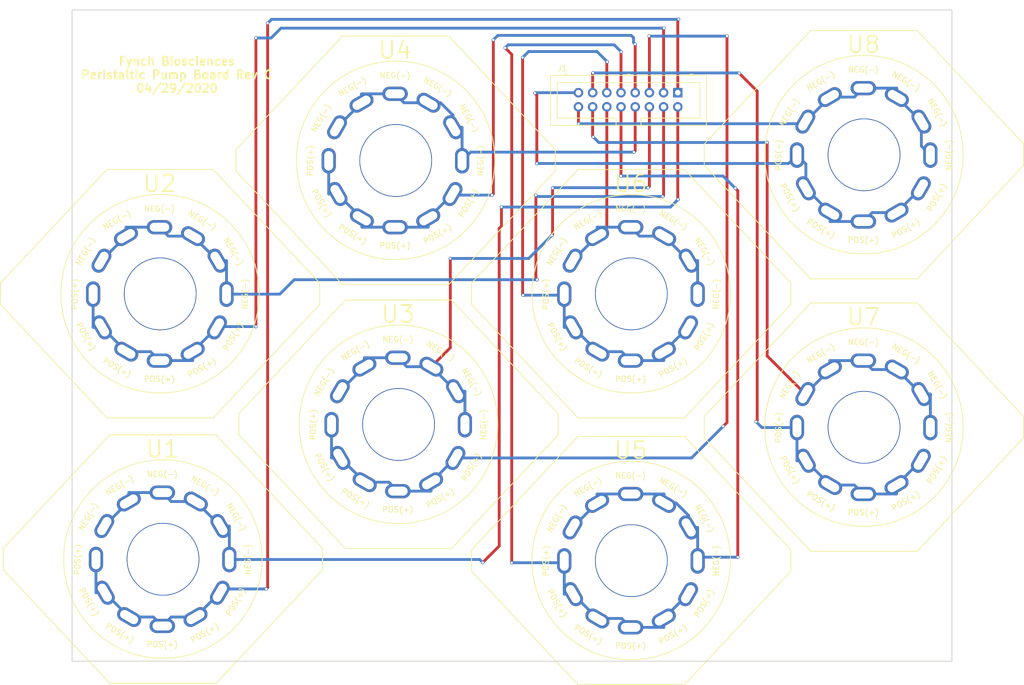
<source format=kicad_pcb>
(kicad_pcb (version 4) (host pcbnew 4.0.7)

  (general
    (links 96)
    (no_connects 0)
    (area 35.101459 56.424 218.896001 179.531081)
    (thickness 1.6)
    (drawings 5)
    (tracks 353)
    (zones 0)
    (modules 9)
    (nets 17)
  )

  (page B portrait)
  (layers
    (0 F.Cu signal)
    (31 B.Cu signal)
    (32 B.Adhes user)
    (33 F.Adhes user)
    (34 B.Paste user)
    (35 F.Paste user)
    (36 B.SilkS user)
    (37 F.SilkS user)
    (38 B.Mask user)
    (39 F.Mask user)
    (40 Dwgs.User user)
    (41 Cmts.User user)
    (42 Eco1.User user)
    (43 Eco2.User user)
    (44 Edge.Cuts user)
    (45 Margin user)
    (46 B.CrtYd user)
    (47 F.CrtYd user)
    (48 B.Fab user)
    (49 F.Fab user)
  )

  (setup
    (last_trace_width 0.508)
    (trace_clearance 0.254)
    (zone_clearance 0.508)
    (zone_45_only no)
    (trace_min 0.254)
    (segment_width 0.2)
    (edge_width 0.15)
    (via_size 0.6)
    (via_drill 0.4)
    (via_min_size 0.4)
    (via_min_drill 0.3)
    (uvia_size 0.3)
    (uvia_drill 0.1)
    (uvias_allowed no)
    (uvia_min_size 0.2)
    (uvia_min_drill 0.1)
    (pcb_text_width 0.3)
    (pcb_text_size 1.5 1.5)
    (mod_edge_width 0.15)
    (mod_text_size 1 1)
    (mod_text_width 0.15)
    (pad_size 1.524 1.524)
    (pad_drill 0.762)
    (pad_to_mask_clearance 0.2)
    (aux_axis_origin 0 0)
    (visible_elements FFFFE77F)
    (pcbplotparams
      (layerselection 0x010fc_80000001)
      (usegerberextensions false)
      (excludeedgelayer true)
      (linewidth 0.100000)
      (plotframeref false)
      (viasonmask false)
      (mode 1)
      (useauxorigin false)
      (hpglpennumber 1)
      (hpglpenspeed 20)
      (hpglpendiameter 15)
      (hpglpenoverlay 2)
      (psnegative false)
      (psa4output false)
      (plotreference true)
      (plotvalue true)
      (plotinvisibletext false)
      (padsonsilk false)
      (subtractmaskfromsilk false)
      (outputformat 1)
      (mirror false)
      (drillshape 0)
      (scaleselection 1)
      (outputdirectory gerbers/))
  )

  (net 0 "")
  (net 1 "Net-(J1-Pad1)")
  (net 2 "Net-(J1-Pad2)")
  (net 3 "Net-(J1-Pad3)")
  (net 4 "Net-(J1-Pad4)")
  (net 5 "Net-(J1-Pad5)")
  (net 6 "Net-(J1-Pad6)")
  (net 7 "Net-(J1-Pad7)")
  (net 8 "Net-(J1-Pad8)")
  (net 9 "Net-(J1-Pad9)")
  (net 10 "Net-(J1-Pad10)")
  (net 11 "Net-(J1-Pad11)")
  (net 12 "Net-(J1-Pad12)")
  (net 13 "Net-(J1-Pad13)")
  (net 14 "Net-(J1-Pad14)")
  (net 15 "Net-(J1-Pad15)")
  (net 16 "Net-(J1-Pad16)")

  (net_class Default "This is the default net class."
    (clearance 0.254)
    (trace_width 0.508)
    (via_dia 0.6)
    (via_drill 0.4)
    (uvia_dia 0.3)
    (uvia_drill 0.1)
    (add_net "Net-(J1-Pad1)")
    (add_net "Net-(J1-Pad10)")
    (add_net "Net-(J1-Pad11)")
    (add_net "Net-(J1-Pad12)")
    (add_net "Net-(J1-Pad13)")
    (add_net "Net-(J1-Pad14)")
    (add_net "Net-(J1-Pad15)")
    (add_net "Net-(J1-Pad16)")
    (add_net "Net-(J1-Pad2)")
    (add_net "Net-(J1-Pad3)")
    (add_net "Net-(J1-Pad4)")
    (add_net "Net-(J1-Pad5)")
    (add_net "Net-(J1-Pad6)")
    (add_net "Net-(J1-Pad7)")
    (add_net "Net-(J1-Pad8)")
    (add_net "Net-(J1-Pad9)")
  )

  (net_class default1 ""
    (clearance 0.254)
    (trace_width 0.254)
    (via_dia 0.6)
    (via_drill 0.4)
    (uvia_dia 0.3)
    (uvia_drill 0.1)
  )

  (module pump_board:peristlatic_pump_2020_04_29 (layer F.Cu) (tedit 5DA4F5FB) (tstamp 5EA9FB03)
    (at 64.516 156.718)
    (path /59E7A0A6)
    (fp_text reference U1 (at -0.091 -19.718) (layer F.SilkS)
      (effects (font (size 3 3) (thickness 0.3)))
    )
    (fp_text value peristaltic_pump (at 0 -25.4) (layer F.Fab)
      (effects (font (size 3 3) (thickness 0.3)))
    )
    (fp_line (start -9.525 22.23008) (end 9.50976 22.23008) (layer F.SilkS) (width 0.15))
    (fp_line (start -28.57754 1.90246) (end -9.52754 22.22246) (layer F.SilkS) (width 0.15))
    (fp_line (start -28.57754 -0.00254) (end -28.57754 1.90246) (layer F.SilkS) (width 0.15))
    (fp_line (start 28.575 0) (end 28.575 1.905) (layer F.SilkS) (width 0.15))
    (fp_line (start 28.575 1.905) (end 9.525 22.225) (layer F.SilkS) (width 0.15))
    (fp_line (start 28.575 -1.905) (end 9.525 -22.225) (layer F.SilkS) (width 0.15))
    (fp_line (start 28.575 0) (end 28.575 -1.905) (layer F.SilkS) (width 0.15))
    (fp_line (start 0 -22.225) (end 9.525 -22.225) (layer F.SilkS) (width 0.15))
    (fp_line (start -28.575 0) (end -28.575 -1.905) (layer F.SilkS) (width 0.15))
    (fp_line (start -28.575 -1.905) (end -9.525 -22.225) (layer F.SilkS) (width 0.15))
    (fp_line (start -9.525 -22.225) (end 0 -22.225) (layer F.SilkS) (width 0.15))
    (fp_circle (center 0 0) (end 10.287 14.478) (layer F.SilkS) (width 0.15))
    (fp_text user "NEG(-)" (at 15.195098 0.077619 90) (layer F.SilkS)
      (effects (font (size 1 1) (thickness 0.15)))
    )
    (fp_text user "POS(+)" (at -15.284902 0.077618 90) (layer F.SilkS)
      (effects (font (size 1 1) (thickness 0.15)))
    )
    (fp_text user "POS(+)" (at -13.25578 7.671024 120) (layer F.SilkS)
      (effects (font (size 1 1) (thickness 0.15)))
    )
    (fp_text user "NEG(-)" (at 13.140674 -7.568975 120) (layer F.SilkS)
      (effects (font (size 1 1) (thickness 0.15)))
    )
    (fp_text user "POS(+)" (at -0.108188 15.271179 180) (layer F.SilkS)
      (effects (font (size 1 1) (thickness 0.15)))
    )
    (fp_text user "NEG(-)" (at -0.108187 -15.208822 180) (layer F.SilkS)
      (effects (font (size 1 1) (thickness 0.15)))
    )
    (fp_text user "POS(+)" (at -7.698831 13.231747 150) (layer F.SilkS)
      (effects (font (size 1 1) (thickness 0.15)))
    )
    (fp_text user "NEG(-)" (at 7.54117 -13.164707 150) (layer F.SilkS)
      (effects (font (size 1 1) (thickness 0.15)))
    )
    (fp_text user "POS(+)" (at 13.046739 7.677774 240) (layer F.SilkS)
      (effects (font (size 1 1) (thickness 0.15)))
    )
    (fp_text user "NEG(-)" (at -13.349716 -7.562227 240) (layer F.SilkS)
      (effects (font (size 1 1) (thickness 0.15)))
    )
    (fp_text user "POS(+)" (at 7.485217 13.231747 210) (layer F.SilkS)
      (effects (font (size 1 1) (thickness 0.15)))
    )
    (fp_text user "NEG(-)" (at -7.754782 -13.164708 210) (layer F.SilkS)
      (effects (font (size 1 1) (thickness 0.15)))
    )
    (pad 1 thru_hole oval (at -11.982902 0.077619 180) (size 2.54 4.572) (drill oval 1.6 3.5) (layers *.Cu *.Mask)
      (net 1 "Net-(J1-Pad1)"))
    (pad 2 thru_hole oval (at 11.893098 0.077618 180) (size 2.54 4.572) (drill oval 1.6 3.5) (layers *.Cu *.Mask)
      (net 2 "Net-(J1-Pad2)"))
    (pad "" np_thru_hole circle (at 0.018039 0.029322 75) (size 13 13) (drill 12.7) (layers *.Cu *.Mask))
    (pad 1 thru_hole oval (at -10.396164 6.020024 210) (size 2.54 4.572) (drill oval 1.6 3.5) (layers *.Cu *.Mask)
      (net 1 "Net-(J1-Pad1)"))
    (pad 2 thru_hole oval (at 10.281058 -5.917976 210) (size 2.54 4.572) (drill oval 1.6 3.5) (layers *.Cu *.Mask)
      (net 2 "Net-(J1-Pad2)"))
    (pad 1 thru_hole oval (at -0.108187 11.969178 270) (size 2.54 4.572) (drill oval 1.6 3.5) (layers *.Cu *.Mask)
      (net 1 "Net-(J1-Pad1)"))
    (pad 2 thru_hole oval (at -0.108188 -11.906821 270) (size 2.54 4.572) (drill oval 1.6 3.5) (layers *.Cu *.Mask)
      (net 2 "Net-(J1-Pad2)"))
    (pad 1 thru_hole oval (at -6.04783 10.372131 240) (size 2.54 4.572) (drill oval 1.6 3.5) (layers *.Cu *.Mask)
      (net 1 "Net-(J1-Pad1)"))
    (pad 2 thru_hole oval (at 5.890169 -10.305091 240) (size 2.54 4.572) (drill oval 1.6 3.5) (layers *.Cu *.Mask)
      (net 2 "Net-(J1-Pad2)"))
    (pad 1 thru_hole oval (at 10.187122 6.026773 330) (size 2.54 4.572) (drill oval 1.6 3.5) (layers *.Cu *.Mask)
      (net 1 "Net-(J1-Pad1)"))
    (pad 2 thru_hole oval (at -10.4901 -5.911226 330) (size 2.54 4.572) (drill oval 1.6 3.5) (layers *.Cu *.Mask)
      (net 2 "Net-(J1-Pad2)"))
    (pad 1 thru_hole oval (at 5.834218 10.372131 300) (size 2.54 4.572) (drill oval 1.6 3.5) (layers *.Cu *.Mask)
      (net 1 "Net-(J1-Pad1)"))
    (pad 2 thru_hole oval (at -6.103783 -10.305091 300) (size 2.54 4.572) (drill oval 1.6 3.5) (layers *.Cu *.Mask)
      (net 2 "Net-(J1-Pad2)"))
  )

  (module pump_board:peristlatic_pump_2020_04_29 (layer F.Cu) (tedit 5DA4F5FB) (tstamp 5EA9FB2B)
    (at 64.008 109.22)
    (path /59E7A07B)
    (fp_text reference U2 (at -0.091 -19.718) (layer F.SilkS)
      (effects (font (size 3 3) (thickness 0.3)))
    )
    (fp_text value peristaltic_pump (at 0 -25.4) (layer F.Fab)
      (effects (font (size 3 3) (thickness 0.3)))
    )
    (fp_line (start -9.525 22.23008) (end 9.50976 22.23008) (layer F.SilkS) (width 0.15))
    (fp_line (start -28.57754 1.90246) (end -9.52754 22.22246) (layer F.SilkS) (width 0.15))
    (fp_line (start -28.57754 -0.00254) (end -28.57754 1.90246) (layer F.SilkS) (width 0.15))
    (fp_line (start 28.575 0) (end 28.575 1.905) (layer F.SilkS) (width 0.15))
    (fp_line (start 28.575 1.905) (end 9.525 22.225) (layer F.SilkS) (width 0.15))
    (fp_line (start 28.575 -1.905) (end 9.525 -22.225) (layer F.SilkS) (width 0.15))
    (fp_line (start 28.575 0) (end 28.575 -1.905) (layer F.SilkS) (width 0.15))
    (fp_line (start 0 -22.225) (end 9.525 -22.225) (layer F.SilkS) (width 0.15))
    (fp_line (start -28.575 0) (end -28.575 -1.905) (layer F.SilkS) (width 0.15))
    (fp_line (start -28.575 -1.905) (end -9.525 -22.225) (layer F.SilkS) (width 0.15))
    (fp_line (start -9.525 -22.225) (end 0 -22.225) (layer F.SilkS) (width 0.15))
    (fp_circle (center 0 0) (end 10.287 14.478) (layer F.SilkS) (width 0.15))
    (fp_text user "NEG(-)" (at 15.195098 0.077619 90) (layer F.SilkS)
      (effects (font (size 1 1) (thickness 0.15)))
    )
    (fp_text user "POS(+)" (at -15.284902 0.077618 90) (layer F.SilkS)
      (effects (font (size 1 1) (thickness 0.15)))
    )
    (fp_text user "POS(+)" (at -13.25578 7.671024 120) (layer F.SilkS)
      (effects (font (size 1 1) (thickness 0.15)))
    )
    (fp_text user "NEG(-)" (at 13.140674 -7.568975 120) (layer F.SilkS)
      (effects (font (size 1 1) (thickness 0.15)))
    )
    (fp_text user "POS(+)" (at -0.108188 15.271179 180) (layer F.SilkS)
      (effects (font (size 1 1) (thickness 0.15)))
    )
    (fp_text user "NEG(-)" (at -0.108187 -15.208822 180) (layer F.SilkS)
      (effects (font (size 1 1) (thickness 0.15)))
    )
    (fp_text user "POS(+)" (at -7.698831 13.231747 150) (layer F.SilkS)
      (effects (font (size 1 1) (thickness 0.15)))
    )
    (fp_text user "NEG(-)" (at 7.54117 -13.164707 150) (layer F.SilkS)
      (effects (font (size 1 1) (thickness 0.15)))
    )
    (fp_text user "POS(+)" (at 13.046739 7.677774 240) (layer F.SilkS)
      (effects (font (size 1 1) (thickness 0.15)))
    )
    (fp_text user "NEG(-)" (at -13.349716 -7.562227 240) (layer F.SilkS)
      (effects (font (size 1 1) (thickness 0.15)))
    )
    (fp_text user "POS(+)" (at 7.485217 13.231747 210) (layer F.SilkS)
      (effects (font (size 1 1) (thickness 0.15)))
    )
    (fp_text user "NEG(-)" (at -7.754782 -13.164708 210) (layer F.SilkS)
      (effects (font (size 1 1) (thickness 0.15)))
    )
    (pad 1 thru_hole oval (at -11.982902 0.077619 180) (size 2.54 4.572) (drill oval 1.6 3.5) (layers *.Cu *.Mask)
      (net 3 "Net-(J1-Pad3)"))
    (pad 2 thru_hole oval (at 11.893098 0.077618 180) (size 2.54 4.572) (drill oval 1.6 3.5) (layers *.Cu *.Mask)
      (net 4 "Net-(J1-Pad4)"))
    (pad "" np_thru_hole circle (at 0.018039 0.029322 75) (size 13 13) (drill 12.7) (layers *.Cu *.Mask))
    (pad 1 thru_hole oval (at -10.396164 6.020024 210) (size 2.54 4.572) (drill oval 1.6 3.5) (layers *.Cu *.Mask)
      (net 3 "Net-(J1-Pad3)"))
    (pad 2 thru_hole oval (at 10.281058 -5.917976 210) (size 2.54 4.572) (drill oval 1.6 3.5) (layers *.Cu *.Mask)
      (net 4 "Net-(J1-Pad4)"))
    (pad 1 thru_hole oval (at -0.108187 11.969178 270) (size 2.54 4.572) (drill oval 1.6 3.5) (layers *.Cu *.Mask)
      (net 3 "Net-(J1-Pad3)"))
    (pad 2 thru_hole oval (at -0.108188 -11.906821 270) (size 2.54 4.572) (drill oval 1.6 3.5) (layers *.Cu *.Mask)
      (net 4 "Net-(J1-Pad4)"))
    (pad 1 thru_hole oval (at -6.04783 10.372131 240) (size 2.54 4.572) (drill oval 1.6 3.5) (layers *.Cu *.Mask)
      (net 3 "Net-(J1-Pad3)"))
    (pad 2 thru_hole oval (at 5.890169 -10.305091 240) (size 2.54 4.572) (drill oval 1.6 3.5) (layers *.Cu *.Mask)
      (net 4 "Net-(J1-Pad4)"))
    (pad 1 thru_hole oval (at 10.187122 6.026773 330) (size 2.54 4.572) (drill oval 1.6 3.5) (layers *.Cu *.Mask)
      (net 3 "Net-(J1-Pad3)"))
    (pad 2 thru_hole oval (at -10.4901 -5.911226 330) (size 2.54 4.572) (drill oval 1.6 3.5) (layers *.Cu *.Mask)
      (net 4 "Net-(J1-Pad4)"))
    (pad 1 thru_hole oval (at 5.834218 10.372131 300) (size 2.54 4.572) (drill oval 1.6 3.5) (layers *.Cu *.Mask)
      (net 3 "Net-(J1-Pad3)"))
    (pad 2 thru_hole oval (at -6.103783 -10.305091 300) (size 2.54 4.572) (drill oval 1.6 3.5) (layers *.Cu *.Mask)
      (net 4 "Net-(J1-Pad4)"))
  )

  (module pump_board:peristlatic_pump_2020_04_29 (layer F.Cu) (tedit 5DA4F5FB) (tstamp 5EA9FB53)
    (at 106.68 132.588)
    (path /59E7A041)
    (fp_text reference U3 (at -0.091 -19.718) (layer F.SilkS)
      (effects (font (size 3 3) (thickness 0.3)))
    )
    (fp_text value peristaltic_pump (at 0 -25.4) (layer F.Fab)
      (effects (font (size 3 3) (thickness 0.3)))
    )
    (fp_line (start -9.525 22.23008) (end 9.50976 22.23008) (layer F.SilkS) (width 0.15))
    (fp_line (start -28.57754 1.90246) (end -9.52754 22.22246) (layer F.SilkS) (width 0.15))
    (fp_line (start -28.57754 -0.00254) (end -28.57754 1.90246) (layer F.SilkS) (width 0.15))
    (fp_line (start 28.575 0) (end 28.575 1.905) (layer F.SilkS) (width 0.15))
    (fp_line (start 28.575 1.905) (end 9.525 22.225) (layer F.SilkS) (width 0.15))
    (fp_line (start 28.575 -1.905) (end 9.525 -22.225) (layer F.SilkS) (width 0.15))
    (fp_line (start 28.575 0) (end 28.575 -1.905) (layer F.SilkS) (width 0.15))
    (fp_line (start 0 -22.225) (end 9.525 -22.225) (layer F.SilkS) (width 0.15))
    (fp_line (start -28.575 0) (end -28.575 -1.905) (layer F.SilkS) (width 0.15))
    (fp_line (start -28.575 -1.905) (end -9.525 -22.225) (layer F.SilkS) (width 0.15))
    (fp_line (start -9.525 -22.225) (end 0 -22.225) (layer F.SilkS) (width 0.15))
    (fp_circle (center 0 0) (end 10.287 14.478) (layer F.SilkS) (width 0.15))
    (fp_text user "NEG(-)" (at 15.195098 0.077619 90) (layer F.SilkS)
      (effects (font (size 1 1) (thickness 0.15)))
    )
    (fp_text user "POS(+)" (at -15.284902 0.077618 90) (layer F.SilkS)
      (effects (font (size 1 1) (thickness 0.15)))
    )
    (fp_text user "POS(+)" (at -13.25578 7.671024 120) (layer F.SilkS)
      (effects (font (size 1 1) (thickness 0.15)))
    )
    (fp_text user "NEG(-)" (at 13.140674 -7.568975 120) (layer F.SilkS)
      (effects (font (size 1 1) (thickness 0.15)))
    )
    (fp_text user "POS(+)" (at -0.108188 15.271179 180) (layer F.SilkS)
      (effects (font (size 1 1) (thickness 0.15)))
    )
    (fp_text user "NEG(-)" (at -0.108187 -15.208822 180) (layer F.SilkS)
      (effects (font (size 1 1) (thickness 0.15)))
    )
    (fp_text user "POS(+)" (at -7.698831 13.231747 150) (layer F.SilkS)
      (effects (font (size 1 1) (thickness 0.15)))
    )
    (fp_text user "NEG(-)" (at 7.54117 -13.164707 150) (layer F.SilkS)
      (effects (font (size 1 1) (thickness 0.15)))
    )
    (fp_text user "POS(+)" (at 13.046739 7.677774 240) (layer F.SilkS)
      (effects (font (size 1 1) (thickness 0.15)))
    )
    (fp_text user "NEG(-)" (at -13.349716 -7.562227 240) (layer F.SilkS)
      (effects (font (size 1 1) (thickness 0.15)))
    )
    (fp_text user "POS(+)" (at 7.485217 13.231747 210) (layer F.SilkS)
      (effects (font (size 1 1) (thickness 0.15)))
    )
    (fp_text user "NEG(-)" (at -7.754782 -13.164708 210) (layer F.SilkS)
      (effects (font (size 1 1) (thickness 0.15)))
    )
    (pad 1 thru_hole oval (at -11.982902 0.077619 180) (size 2.54 4.572) (drill oval 1.6 3.5) (layers *.Cu *.Mask)
      (net 5 "Net-(J1-Pad5)"))
    (pad 2 thru_hole oval (at 11.893098 0.077618 180) (size 2.54 4.572) (drill oval 1.6 3.5) (layers *.Cu *.Mask)
      (net 6 "Net-(J1-Pad6)"))
    (pad "" np_thru_hole circle (at 0.018039 0.029322 75) (size 13 13) (drill 12.7) (layers *.Cu *.Mask))
    (pad 1 thru_hole oval (at -10.396164 6.020024 210) (size 2.54 4.572) (drill oval 1.6 3.5) (layers *.Cu *.Mask)
      (net 5 "Net-(J1-Pad5)"))
    (pad 2 thru_hole oval (at 10.281058 -5.917976 210) (size 2.54 4.572) (drill oval 1.6 3.5) (layers *.Cu *.Mask)
      (net 6 "Net-(J1-Pad6)"))
    (pad 1 thru_hole oval (at -0.108187 11.969178 270) (size 2.54 4.572) (drill oval 1.6 3.5) (layers *.Cu *.Mask)
      (net 5 "Net-(J1-Pad5)"))
    (pad 2 thru_hole oval (at -0.108188 -11.906821 270) (size 2.54 4.572) (drill oval 1.6 3.5) (layers *.Cu *.Mask)
      (net 6 "Net-(J1-Pad6)"))
    (pad 1 thru_hole oval (at -6.04783 10.372131 240) (size 2.54 4.572) (drill oval 1.6 3.5) (layers *.Cu *.Mask)
      (net 5 "Net-(J1-Pad5)"))
    (pad 2 thru_hole oval (at 5.890169 -10.305091 240) (size 2.54 4.572) (drill oval 1.6 3.5) (layers *.Cu *.Mask)
      (net 6 "Net-(J1-Pad6)"))
    (pad 1 thru_hole oval (at 10.187122 6.026773 330) (size 2.54 4.572) (drill oval 1.6 3.5) (layers *.Cu *.Mask)
      (net 5 "Net-(J1-Pad5)"))
    (pad 2 thru_hole oval (at -10.4901 -5.911226 330) (size 2.54 4.572) (drill oval 1.6 3.5) (layers *.Cu *.Mask)
      (net 6 "Net-(J1-Pad6)"))
    (pad 1 thru_hole oval (at 5.834218 10.372131 300) (size 2.54 4.572) (drill oval 1.6 3.5) (layers *.Cu *.Mask)
      (net 5 "Net-(J1-Pad5)"))
    (pad 2 thru_hole oval (at -6.103783 -10.305091 300) (size 2.54 4.572) (drill oval 1.6 3.5) (layers *.Cu *.Mask)
      (net 6 "Net-(J1-Pad6)"))
  )

  (module pump_board:peristlatic_pump_2020_04_29 (layer F.Cu) (tedit 5DA4F5FB) (tstamp 5EA9FB7B)
    (at 106.172 85.344)
    (path /59E7A017)
    (fp_text reference U4 (at -0.091 -19.718) (layer F.SilkS)
      (effects (font (size 3 3) (thickness 0.3)))
    )
    (fp_text value peristaltic_pump (at 0 -25.4) (layer F.Fab)
      (effects (font (size 3 3) (thickness 0.3)))
    )
    (fp_line (start -9.525 22.23008) (end 9.50976 22.23008) (layer F.SilkS) (width 0.15))
    (fp_line (start -28.57754 1.90246) (end -9.52754 22.22246) (layer F.SilkS) (width 0.15))
    (fp_line (start -28.57754 -0.00254) (end -28.57754 1.90246) (layer F.SilkS) (width 0.15))
    (fp_line (start 28.575 0) (end 28.575 1.905) (layer F.SilkS) (width 0.15))
    (fp_line (start 28.575 1.905) (end 9.525 22.225) (layer F.SilkS) (width 0.15))
    (fp_line (start 28.575 -1.905) (end 9.525 -22.225) (layer F.SilkS) (width 0.15))
    (fp_line (start 28.575 0) (end 28.575 -1.905) (layer F.SilkS) (width 0.15))
    (fp_line (start 0 -22.225) (end 9.525 -22.225) (layer F.SilkS) (width 0.15))
    (fp_line (start -28.575 0) (end -28.575 -1.905) (layer F.SilkS) (width 0.15))
    (fp_line (start -28.575 -1.905) (end -9.525 -22.225) (layer F.SilkS) (width 0.15))
    (fp_line (start -9.525 -22.225) (end 0 -22.225) (layer F.SilkS) (width 0.15))
    (fp_circle (center 0 0) (end 10.287 14.478) (layer F.SilkS) (width 0.15))
    (fp_text user "NEG(-)" (at 15.195098 0.077619 90) (layer F.SilkS)
      (effects (font (size 1 1) (thickness 0.15)))
    )
    (fp_text user "POS(+)" (at -15.284902 0.077618 90) (layer F.SilkS)
      (effects (font (size 1 1) (thickness 0.15)))
    )
    (fp_text user "POS(+)" (at -13.25578 7.671024 120) (layer F.SilkS)
      (effects (font (size 1 1) (thickness 0.15)))
    )
    (fp_text user "NEG(-)" (at 13.140674 -7.568975 120) (layer F.SilkS)
      (effects (font (size 1 1) (thickness 0.15)))
    )
    (fp_text user "POS(+)" (at -0.108188 15.271179 180) (layer F.SilkS)
      (effects (font (size 1 1) (thickness 0.15)))
    )
    (fp_text user "NEG(-)" (at -0.108187 -15.208822 180) (layer F.SilkS)
      (effects (font (size 1 1) (thickness 0.15)))
    )
    (fp_text user "POS(+)" (at -7.698831 13.231747 150) (layer F.SilkS)
      (effects (font (size 1 1) (thickness 0.15)))
    )
    (fp_text user "NEG(-)" (at 7.54117 -13.164707 150) (layer F.SilkS)
      (effects (font (size 1 1) (thickness 0.15)))
    )
    (fp_text user "POS(+)" (at 13.046739 7.677774 240) (layer F.SilkS)
      (effects (font (size 1 1) (thickness 0.15)))
    )
    (fp_text user "NEG(-)" (at -13.349716 -7.562227 240) (layer F.SilkS)
      (effects (font (size 1 1) (thickness 0.15)))
    )
    (fp_text user "POS(+)" (at 7.485217 13.231747 210) (layer F.SilkS)
      (effects (font (size 1 1) (thickness 0.15)))
    )
    (fp_text user "NEG(-)" (at -7.754782 -13.164708 210) (layer F.SilkS)
      (effects (font (size 1 1) (thickness 0.15)))
    )
    (pad 1 thru_hole oval (at -11.982902 0.077619 180) (size 2.54 4.572) (drill oval 1.6 3.5) (layers *.Cu *.Mask)
      (net 7 "Net-(J1-Pad7)"))
    (pad 2 thru_hole oval (at 11.893098 0.077618 180) (size 2.54 4.572) (drill oval 1.6 3.5) (layers *.Cu *.Mask)
      (net 8 "Net-(J1-Pad8)"))
    (pad "" np_thru_hole circle (at 0.018039 0.029322 75) (size 13 13) (drill 12.7) (layers *.Cu *.Mask))
    (pad 1 thru_hole oval (at -10.396164 6.020024 210) (size 2.54 4.572) (drill oval 1.6 3.5) (layers *.Cu *.Mask)
      (net 7 "Net-(J1-Pad7)"))
    (pad 2 thru_hole oval (at 10.281058 -5.917976 210) (size 2.54 4.572) (drill oval 1.6 3.5) (layers *.Cu *.Mask)
      (net 8 "Net-(J1-Pad8)"))
    (pad 1 thru_hole oval (at -0.108187 11.969178 270) (size 2.54 4.572) (drill oval 1.6 3.5) (layers *.Cu *.Mask)
      (net 7 "Net-(J1-Pad7)"))
    (pad 2 thru_hole oval (at -0.108188 -11.906821 270) (size 2.54 4.572) (drill oval 1.6 3.5) (layers *.Cu *.Mask)
      (net 8 "Net-(J1-Pad8)"))
    (pad 1 thru_hole oval (at -6.04783 10.372131 240) (size 2.54 4.572) (drill oval 1.6 3.5) (layers *.Cu *.Mask)
      (net 7 "Net-(J1-Pad7)"))
    (pad 2 thru_hole oval (at 5.890169 -10.305091 240) (size 2.54 4.572) (drill oval 1.6 3.5) (layers *.Cu *.Mask)
      (net 8 "Net-(J1-Pad8)"))
    (pad 1 thru_hole oval (at 10.187122 6.026773 330) (size 2.54 4.572) (drill oval 1.6 3.5) (layers *.Cu *.Mask)
      (net 7 "Net-(J1-Pad7)"))
    (pad 2 thru_hole oval (at -10.4901 -5.911226 330) (size 2.54 4.572) (drill oval 1.6 3.5) (layers *.Cu *.Mask)
      (net 8 "Net-(J1-Pad8)"))
    (pad 1 thru_hole oval (at 5.834218 10.372131 300) (size 2.54 4.572) (drill oval 1.6 3.5) (layers *.Cu *.Mask)
      (net 7 "Net-(J1-Pad7)"))
    (pad 2 thru_hole oval (at -6.103783 -10.305091 300) (size 2.54 4.572) (drill oval 1.6 3.5) (layers *.Cu *.Mask)
      (net 8 "Net-(J1-Pad8)"))
  )

  (module pump_board:peristlatic_pump_2020_04_29 (layer F.Cu) (tedit 5DA4F5FB) (tstamp 5EA9FBA3)
    (at 148.336 156.972)
    (path /59E79235)
    (fp_text reference U5 (at -0.091 -19.718) (layer F.SilkS)
      (effects (font (size 3 3) (thickness 0.3)))
    )
    (fp_text value peristaltic_pump (at 0 -25.4) (layer F.Fab)
      (effects (font (size 3 3) (thickness 0.3)))
    )
    (fp_line (start -9.525 22.23008) (end 9.50976 22.23008) (layer F.SilkS) (width 0.15))
    (fp_line (start -28.57754 1.90246) (end -9.52754 22.22246) (layer F.SilkS) (width 0.15))
    (fp_line (start -28.57754 -0.00254) (end -28.57754 1.90246) (layer F.SilkS) (width 0.15))
    (fp_line (start 28.575 0) (end 28.575 1.905) (layer F.SilkS) (width 0.15))
    (fp_line (start 28.575 1.905) (end 9.525 22.225) (layer F.SilkS) (width 0.15))
    (fp_line (start 28.575 -1.905) (end 9.525 -22.225) (layer F.SilkS) (width 0.15))
    (fp_line (start 28.575 0) (end 28.575 -1.905) (layer F.SilkS) (width 0.15))
    (fp_line (start 0 -22.225) (end 9.525 -22.225) (layer F.SilkS) (width 0.15))
    (fp_line (start -28.575 0) (end -28.575 -1.905) (layer F.SilkS) (width 0.15))
    (fp_line (start -28.575 -1.905) (end -9.525 -22.225) (layer F.SilkS) (width 0.15))
    (fp_line (start -9.525 -22.225) (end 0 -22.225) (layer F.SilkS) (width 0.15))
    (fp_circle (center 0 0) (end 10.287 14.478) (layer F.SilkS) (width 0.15))
    (fp_text user "NEG(-)" (at 15.195098 0.077619 90) (layer F.SilkS)
      (effects (font (size 1 1) (thickness 0.15)))
    )
    (fp_text user "POS(+)" (at -15.284902 0.077618 90) (layer F.SilkS)
      (effects (font (size 1 1) (thickness 0.15)))
    )
    (fp_text user "POS(+)" (at -13.25578 7.671024 120) (layer F.SilkS)
      (effects (font (size 1 1) (thickness 0.15)))
    )
    (fp_text user "NEG(-)" (at 13.140674 -7.568975 120) (layer F.SilkS)
      (effects (font (size 1 1) (thickness 0.15)))
    )
    (fp_text user "POS(+)" (at -0.108188 15.271179 180) (layer F.SilkS)
      (effects (font (size 1 1) (thickness 0.15)))
    )
    (fp_text user "NEG(-)" (at -0.108187 -15.208822 180) (layer F.SilkS)
      (effects (font (size 1 1) (thickness 0.15)))
    )
    (fp_text user "POS(+)" (at -7.698831 13.231747 150) (layer F.SilkS)
      (effects (font (size 1 1) (thickness 0.15)))
    )
    (fp_text user "NEG(-)" (at 7.54117 -13.164707 150) (layer F.SilkS)
      (effects (font (size 1 1) (thickness 0.15)))
    )
    (fp_text user "POS(+)" (at 13.046739 7.677774 240) (layer F.SilkS)
      (effects (font (size 1 1) (thickness 0.15)))
    )
    (fp_text user "NEG(-)" (at -13.349716 -7.562227 240) (layer F.SilkS)
      (effects (font (size 1 1) (thickness 0.15)))
    )
    (fp_text user "POS(+)" (at 7.485217 13.231747 210) (layer F.SilkS)
      (effects (font (size 1 1) (thickness 0.15)))
    )
    (fp_text user "NEG(-)" (at -7.754782 -13.164708 210) (layer F.SilkS)
      (effects (font (size 1 1) (thickness 0.15)))
    )
    (pad 1 thru_hole oval (at -11.982902 0.077619 180) (size 2.54 4.572) (drill oval 1.6 3.5) (layers *.Cu *.Mask)
      (net 9 "Net-(J1-Pad9)"))
    (pad 2 thru_hole oval (at 11.893098 0.077618 180) (size 2.54 4.572) (drill oval 1.6 3.5) (layers *.Cu *.Mask)
      (net 10 "Net-(J1-Pad10)"))
    (pad "" np_thru_hole circle (at 0.018039 0.029322 75) (size 13 13) (drill 12.7) (layers *.Cu *.Mask))
    (pad 1 thru_hole oval (at -10.396164 6.020024 210) (size 2.54 4.572) (drill oval 1.6 3.5) (layers *.Cu *.Mask)
      (net 9 "Net-(J1-Pad9)"))
    (pad 2 thru_hole oval (at 10.281058 -5.917976 210) (size 2.54 4.572) (drill oval 1.6 3.5) (layers *.Cu *.Mask)
      (net 10 "Net-(J1-Pad10)"))
    (pad 1 thru_hole oval (at -0.108187 11.969178 270) (size 2.54 4.572) (drill oval 1.6 3.5) (layers *.Cu *.Mask)
      (net 9 "Net-(J1-Pad9)"))
    (pad 2 thru_hole oval (at -0.108188 -11.906821 270) (size 2.54 4.572) (drill oval 1.6 3.5) (layers *.Cu *.Mask)
      (net 10 "Net-(J1-Pad10)"))
    (pad 1 thru_hole oval (at -6.04783 10.372131 240) (size 2.54 4.572) (drill oval 1.6 3.5) (layers *.Cu *.Mask)
      (net 9 "Net-(J1-Pad9)"))
    (pad 2 thru_hole oval (at 5.890169 -10.305091 240) (size 2.54 4.572) (drill oval 1.6 3.5) (layers *.Cu *.Mask)
      (net 10 "Net-(J1-Pad10)"))
    (pad 1 thru_hole oval (at 10.187122 6.026773 330) (size 2.54 4.572) (drill oval 1.6 3.5) (layers *.Cu *.Mask)
      (net 9 "Net-(J1-Pad9)"))
    (pad 2 thru_hole oval (at -10.4901 -5.911226 330) (size 2.54 4.572) (drill oval 1.6 3.5) (layers *.Cu *.Mask)
      (net 10 "Net-(J1-Pad10)"))
    (pad 1 thru_hole oval (at 5.834218 10.372131 300) (size 2.54 4.572) (drill oval 1.6 3.5) (layers *.Cu *.Mask)
      (net 9 "Net-(J1-Pad9)"))
    (pad 2 thru_hole oval (at -6.103783 -10.305091 300) (size 2.54 4.572) (drill oval 1.6 3.5) (layers *.Cu *.Mask)
      (net 10 "Net-(J1-Pad10)"))
  )

  (module pump_board:peristlatic_pump_2020_04_29 (layer F.Cu) (tedit 5DA4F5FB) (tstamp 5EA9FBCB)
    (at 148.336 109.22)
    (path /59E79208)
    (fp_text reference U6 (at -0.091 -19.718) (layer F.SilkS)
      (effects (font (size 3 3) (thickness 0.3)))
    )
    (fp_text value peristaltic_pump (at 0 -25.4) (layer F.Fab)
      (effects (font (size 3 3) (thickness 0.3)))
    )
    (fp_line (start -9.525 22.23008) (end 9.50976 22.23008) (layer F.SilkS) (width 0.15))
    (fp_line (start -28.57754 1.90246) (end -9.52754 22.22246) (layer F.SilkS) (width 0.15))
    (fp_line (start -28.57754 -0.00254) (end -28.57754 1.90246) (layer F.SilkS) (width 0.15))
    (fp_line (start 28.575 0) (end 28.575 1.905) (layer F.SilkS) (width 0.15))
    (fp_line (start 28.575 1.905) (end 9.525 22.225) (layer F.SilkS) (width 0.15))
    (fp_line (start 28.575 -1.905) (end 9.525 -22.225) (layer F.SilkS) (width 0.15))
    (fp_line (start 28.575 0) (end 28.575 -1.905) (layer F.SilkS) (width 0.15))
    (fp_line (start 0 -22.225) (end 9.525 -22.225) (layer F.SilkS) (width 0.15))
    (fp_line (start -28.575 0) (end -28.575 -1.905) (layer F.SilkS) (width 0.15))
    (fp_line (start -28.575 -1.905) (end -9.525 -22.225) (layer F.SilkS) (width 0.15))
    (fp_line (start -9.525 -22.225) (end 0 -22.225) (layer F.SilkS) (width 0.15))
    (fp_circle (center 0 0) (end 10.287 14.478) (layer F.SilkS) (width 0.15))
    (fp_text user "NEG(-)" (at 15.195098 0.077619 90) (layer F.SilkS)
      (effects (font (size 1 1) (thickness 0.15)))
    )
    (fp_text user "POS(+)" (at -15.284902 0.077618 90) (layer F.SilkS)
      (effects (font (size 1 1) (thickness 0.15)))
    )
    (fp_text user "POS(+)" (at -13.25578 7.671024 120) (layer F.SilkS)
      (effects (font (size 1 1) (thickness 0.15)))
    )
    (fp_text user "NEG(-)" (at 13.140674 -7.568975 120) (layer F.SilkS)
      (effects (font (size 1 1) (thickness 0.15)))
    )
    (fp_text user "POS(+)" (at -0.108188 15.271179 180) (layer F.SilkS)
      (effects (font (size 1 1) (thickness 0.15)))
    )
    (fp_text user "NEG(-)" (at -0.108187 -15.208822 180) (layer F.SilkS)
      (effects (font (size 1 1) (thickness 0.15)))
    )
    (fp_text user "POS(+)" (at -7.698831 13.231747 150) (layer F.SilkS)
      (effects (font (size 1 1) (thickness 0.15)))
    )
    (fp_text user "NEG(-)" (at 7.54117 -13.164707 150) (layer F.SilkS)
      (effects (font (size 1 1) (thickness 0.15)))
    )
    (fp_text user "POS(+)" (at 13.046739 7.677774 240) (layer F.SilkS)
      (effects (font (size 1 1) (thickness 0.15)))
    )
    (fp_text user "NEG(-)" (at -13.349716 -7.562227 240) (layer F.SilkS)
      (effects (font (size 1 1) (thickness 0.15)))
    )
    (fp_text user "POS(+)" (at 7.485217 13.231747 210) (layer F.SilkS)
      (effects (font (size 1 1) (thickness 0.15)))
    )
    (fp_text user "NEG(-)" (at -7.754782 -13.164708 210) (layer F.SilkS)
      (effects (font (size 1 1) (thickness 0.15)))
    )
    (pad 1 thru_hole oval (at -11.982902 0.077619 180) (size 2.54 4.572) (drill oval 1.6 3.5) (layers *.Cu *.Mask)
      (net 11 "Net-(J1-Pad11)"))
    (pad 2 thru_hole oval (at 11.893098 0.077618 180) (size 2.54 4.572) (drill oval 1.6 3.5) (layers *.Cu *.Mask)
      (net 12 "Net-(J1-Pad12)"))
    (pad "" np_thru_hole circle (at 0.018039 0.029322 75) (size 13 13) (drill 12.7) (layers *.Cu *.Mask))
    (pad 1 thru_hole oval (at -10.396164 6.020024 210) (size 2.54 4.572) (drill oval 1.6 3.5) (layers *.Cu *.Mask)
      (net 11 "Net-(J1-Pad11)"))
    (pad 2 thru_hole oval (at 10.281058 -5.917976 210) (size 2.54 4.572) (drill oval 1.6 3.5) (layers *.Cu *.Mask)
      (net 12 "Net-(J1-Pad12)"))
    (pad 1 thru_hole oval (at -0.108187 11.969178 270) (size 2.54 4.572) (drill oval 1.6 3.5) (layers *.Cu *.Mask)
      (net 11 "Net-(J1-Pad11)"))
    (pad 2 thru_hole oval (at -0.108188 -11.906821 270) (size 2.54 4.572) (drill oval 1.6 3.5) (layers *.Cu *.Mask)
      (net 12 "Net-(J1-Pad12)"))
    (pad 1 thru_hole oval (at -6.04783 10.372131 240) (size 2.54 4.572) (drill oval 1.6 3.5) (layers *.Cu *.Mask)
      (net 11 "Net-(J1-Pad11)"))
    (pad 2 thru_hole oval (at 5.890169 -10.305091 240) (size 2.54 4.572) (drill oval 1.6 3.5) (layers *.Cu *.Mask)
      (net 12 "Net-(J1-Pad12)"))
    (pad 1 thru_hole oval (at 10.187122 6.026773 330) (size 2.54 4.572) (drill oval 1.6 3.5) (layers *.Cu *.Mask)
      (net 11 "Net-(J1-Pad11)"))
    (pad 2 thru_hole oval (at -10.4901 -5.911226 330) (size 2.54 4.572) (drill oval 1.6 3.5) (layers *.Cu *.Mask)
      (net 12 "Net-(J1-Pad12)"))
    (pad 1 thru_hole oval (at 5.834218 10.372131 300) (size 2.54 4.572) (drill oval 1.6 3.5) (layers *.Cu *.Mask)
      (net 11 "Net-(J1-Pad11)"))
    (pad 2 thru_hole oval (at -6.103783 -10.305091 300) (size 2.54 4.572) (drill oval 1.6 3.5) (layers *.Cu *.Mask)
      (net 12 "Net-(J1-Pad12)"))
  )

  (module pump_board:peristlatic_pump_2020_04_29 (layer F.Cu) (tedit 5DA4F5FB) (tstamp 5EA9FBF3)
    (at 189.992 133.096)
    (path /59E790F0)
    (fp_text reference U7 (at -0.091 -19.718) (layer F.SilkS)
      (effects (font (size 3 3) (thickness 0.3)))
    )
    (fp_text value peristaltic_pump (at 0 -25.4) (layer F.Fab)
      (effects (font (size 3 3) (thickness 0.3)))
    )
    (fp_line (start -9.525 22.23008) (end 9.50976 22.23008) (layer F.SilkS) (width 0.15))
    (fp_line (start -28.57754 1.90246) (end -9.52754 22.22246) (layer F.SilkS) (width 0.15))
    (fp_line (start -28.57754 -0.00254) (end -28.57754 1.90246) (layer F.SilkS) (width 0.15))
    (fp_line (start 28.575 0) (end 28.575 1.905) (layer F.SilkS) (width 0.15))
    (fp_line (start 28.575 1.905) (end 9.525 22.225) (layer F.SilkS) (width 0.15))
    (fp_line (start 28.575 -1.905) (end 9.525 -22.225) (layer F.SilkS) (width 0.15))
    (fp_line (start 28.575 0) (end 28.575 -1.905) (layer F.SilkS) (width 0.15))
    (fp_line (start 0 -22.225) (end 9.525 -22.225) (layer F.SilkS) (width 0.15))
    (fp_line (start -28.575 0) (end -28.575 -1.905) (layer F.SilkS) (width 0.15))
    (fp_line (start -28.575 -1.905) (end -9.525 -22.225) (layer F.SilkS) (width 0.15))
    (fp_line (start -9.525 -22.225) (end 0 -22.225) (layer F.SilkS) (width 0.15))
    (fp_circle (center 0 0) (end 10.287 14.478) (layer F.SilkS) (width 0.15))
    (fp_text user "NEG(-)" (at 15.195098 0.077619 90) (layer F.SilkS)
      (effects (font (size 1 1) (thickness 0.15)))
    )
    (fp_text user "POS(+)" (at -15.284902 0.077618 90) (layer F.SilkS)
      (effects (font (size 1 1) (thickness 0.15)))
    )
    (fp_text user "POS(+)" (at -13.25578 7.671024 120) (layer F.SilkS)
      (effects (font (size 1 1) (thickness 0.15)))
    )
    (fp_text user "NEG(-)" (at 13.140674 -7.568975 120) (layer F.SilkS)
      (effects (font (size 1 1) (thickness 0.15)))
    )
    (fp_text user "POS(+)" (at -0.108188 15.271179 180) (layer F.SilkS)
      (effects (font (size 1 1) (thickness 0.15)))
    )
    (fp_text user "NEG(-)" (at -0.108187 -15.208822 180) (layer F.SilkS)
      (effects (font (size 1 1) (thickness 0.15)))
    )
    (fp_text user "POS(+)" (at -7.698831 13.231747 150) (layer F.SilkS)
      (effects (font (size 1 1) (thickness 0.15)))
    )
    (fp_text user "NEG(-)" (at 7.54117 -13.164707 150) (layer F.SilkS)
      (effects (font (size 1 1) (thickness 0.15)))
    )
    (fp_text user "POS(+)" (at 13.046739 7.677774 240) (layer F.SilkS)
      (effects (font (size 1 1) (thickness 0.15)))
    )
    (fp_text user "NEG(-)" (at -13.349716 -7.562227 240) (layer F.SilkS)
      (effects (font (size 1 1) (thickness 0.15)))
    )
    (fp_text user "POS(+)" (at 7.485217 13.231747 210) (layer F.SilkS)
      (effects (font (size 1 1) (thickness 0.15)))
    )
    (fp_text user "NEG(-)" (at -7.754782 -13.164708 210) (layer F.SilkS)
      (effects (font (size 1 1) (thickness 0.15)))
    )
    (pad 1 thru_hole oval (at -11.982902 0.077619 180) (size 2.54 4.572) (drill oval 1.6 3.5) (layers *.Cu *.Mask)
      (net 13 "Net-(J1-Pad13)"))
    (pad 2 thru_hole oval (at 11.893098 0.077618 180) (size 2.54 4.572) (drill oval 1.6 3.5) (layers *.Cu *.Mask)
      (net 14 "Net-(J1-Pad14)"))
    (pad "" np_thru_hole circle (at 0.018039 0.029322 75) (size 13 13) (drill 12.7) (layers *.Cu *.Mask))
    (pad 1 thru_hole oval (at -10.396164 6.020024 210) (size 2.54 4.572) (drill oval 1.6 3.5) (layers *.Cu *.Mask)
      (net 13 "Net-(J1-Pad13)"))
    (pad 2 thru_hole oval (at 10.281058 -5.917976 210) (size 2.54 4.572) (drill oval 1.6 3.5) (layers *.Cu *.Mask)
      (net 14 "Net-(J1-Pad14)"))
    (pad 1 thru_hole oval (at -0.108187 11.969178 270) (size 2.54 4.572) (drill oval 1.6 3.5) (layers *.Cu *.Mask)
      (net 13 "Net-(J1-Pad13)"))
    (pad 2 thru_hole oval (at -0.108188 -11.906821 270) (size 2.54 4.572) (drill oval 1.6 3.5) (layers *.Cu *.Mask)
      (net 14 "Net-(J1-Pad14)"))
    (pad 1 thru_hole oval (at -6.04783 10.372131 240) (size 2.54 4.572) (drill oval 1.6 3.5) (layers *.Cu *.Mask)
      (net 13 "Net-(J1-Pad13)"))
    (pad 2 thru_hole oval (at 5.890169 -10.305091 240) (size 2.54 4.572) (drill oval 1.6 3.5) (layers *.Cu *.Mask)
      (net 14 "Net-(J1-Pad14)"))
    (pad 1 thru_hole oval (at 10.187122 6.026773 330) (size 2.54 4.572) (drill oval 1.6 3.5) (layers *.Cu *.Mask)
      (net 13 "Net-(J1-Pad13)"))
    (pad 2 thru_hole oval (at -10.4901 -5.911226 330) (size 2.54 4.572) (drill oval 1.6 3.5) (layers *.Cu *.Mask)
      (net 14 "Net-(J1-Pad14)"))
    (pad 1 thru_hole oval (at 5.834218 10.372131 300) (size 2.54 4.572) (drill oval 1.6 3.5) (layers *.Cu *.Mask)
      (net 13 "Net-(J1-Pad13)"))
    (pad 2 thru_hole oval (at -6.103783 -10.305091 300) (size 2.54 4.572) (drill oval 1.6 3.5) (layers *.Cu *.Mask)
      (net 14 "Net-(J1-Pad14)"))
  )

  (module pump_board:peristlatic_pump_2020_04_29 (layer F.Cu) (tedit 5DA4F5FB) (tstamp 5EA9FC1B)
    (at 189.992 84.328)
    (path /59E7925A)
    (fp_text reference U8 (at -0.091 -19.718) (layer F.SilkS)
      (effects (font (size 3 3) (thickness 0.3)))
    )
    (fp_text value peristaltic_pump (at 0 -25.4) (layer F.Fab)
      (effects (font (size 3 3) (thickness 0.3)))
    )
    (fp_line (start -9.525 22.23008) (end 9.50976 22.23008) (layer F.SilkS) (width 0.15))
    (fp_line (start -28.57754 1.90246) (end -9.52754 22.22246) (layer F.SilkS) (width 0.15))
    (fp_line (start -28.57754 -0.00254) (end -28.57754 1.90246) (layer F.SilkS) (width 0.15))
    (fp_line (start 28.575 0) (end 28.575 1.905) (layer F.SilkS) (width 0.15))
    (fp_line (start 28.575 1.905) (end 9.525 22.225) (layer F.SilkS) (width 0.15))
    (fp_line (start 28.575 -1.905) (end 9.525 -22.225) (layer F.SilkS) (width 0.15))
    (fp_line (start 28.575 0) (end 28.575 -1.905) (layer F.SilkS) (width 0.15))
    (fp_line (start 0 -22.225) (end 9.525 -22.225) (layer F.SilkS) (width 0.15))
    (fp_line (start -28.575 0) (end -28.575 -1.905) (layer F.SilkS) (width 0.15))
    (fp_line (start -28.575 -1.905) (end -9.525 -22.225) (layer F.SilkS) (width 0.15))
    (fp_line (start -9.525 -22.225) (end 0 -22.225) (layer F.SilkS) (width 0.15))
    (fp_circle (center 0 0) (end 10.287 14.478) (layer F.SilkS) (width 0.15))
    (fp_text user "NEG(-)" (at 15.195098 0.077619 90) (layer F.SilkS)
      (effects (font (size 1 1) (thickness 0.15)))
    )
    (fp_text user "POS(+)" (at -15.284902 0.077618 90) (layer F.SilkS)
      (effects (font (size 1 1) (thickness 0.15)))
    )
    (fp_text user "POS(+)" (at -13.25578 7.671024 120) (layer F.SilkS)
      (effects (font (size 1 1) (thickness 0.15)))
    )
    (fp_text user "NEG(-)" (at 13.140674 -7.568975 120) (layer F.SilkS)
      (effects (font (size 1 1) (thickness 0.15)))
    )
    (fp_text user "POS(+)" (at -0.108188 15.271179 180) (layer F.SilkS)
      (effects (font (size 1 1) (thickness 0.15)))
    )
    (fp_text user "NEG(-)" (at -0.108187 -15.208822 180) (layer F.SilkS)
      (effects (font (size 1 1) (thickness 0.15)))
    )
    (fp_text user "POS(+)" (at -7.698831 13.231747 150) (layer F.SilkS)
      (effects (font (size 1 1) (thickness 0.15)))
    )
    (fp_text user "NEG(-)" (at 7.54117 -13.164707 150) (layer F.SilkS)
      (effects (font (size 1 1) (thickness 0.15)))
    )
    (fp_text user "POS(+)" (at 13.046739 7.677774 240) (layer F.SilkS)
      (effects (font (size 1 1) (thickness 0.15)))
    )
    (fp_text user "NEG(-)" (at -13.349716 -7.562227 240) (layer F.SilkS)
      (effects (font (size 1 1) (thickness 0.15)))
    )
    (fp_text user "POS(+)" (at 7.485217 13.231747 210) (layer F.SilkS)
      (effects (font (size 1 1) (thickness 0.15)))
    )
    (fp_text user "NEG(-)" (at -7.754782 -13.164708 210) (layer F.SilkS)
      (effects (font (size 1 1) (thickness 0.15)))
    )
    (pad 1 thru_hole oval (at -11.982902 0.077619 180) (size 2.54 4.572) (drill oval 1.6 3.5) (layers *.Cu *.Mask)
      (net 15 "Net-(J1-Pad15)"))
    (pad 2 thru_hole oval (at 11.893098 0.077618 180) (size 2.54 4.572) (drill oval 1.6 3.5) (layers *.Cu *.Mask)
      (net 16 "Net-(J1-Pad16)"))
    (pad "" np_thru_hole circle (at 0.018039 0.029322 75) (size 13 13) (drill 12.7) (layers *.Cu *.Mask))
    (pad 1 thru_hole oval (at -10.396164 6.020024 210) (size 2.54 4.572) (drill oval 1.6 3.5) (layers *.Cu *.Mask)
      (net 15 "Net-(J1-Pad15)"))
    (pad 2 thru_hole oval (at 10.281058 -5.917976 210) (size 2.54 4.572) (drill oval 1.6 3.5) (layers *.Cu *.Mask)
      (net 16 "Net-(J1-Pad16)"))
    (pad 1 thru_hole oval (at -0.108187 11.969178 270) (size 2.54 4.572) (drill oval 1.6 3.5) (layers *.Cu *.Mask)
      (net 15 "Net-(J1-Pad15)"))
    (pad 2 thru_hole oval (at -0.108188 -11.906821 270) (size 2.54 4.572) (drill oval 1.6 3.5) (layers *.Cu *.Mask)
      (net 16 "Net-(J1-Pad16)"))
    (pad 1 thru_hole oval (at -6.04783 10.372131 240) (size 2.54 4.572) (drill oval 1.6 3.5) (layers *.Cu *.Mask)
      (net 15 "Net-(J1-Pad15)"))
    (pad 2 thru_hole oval (at 5.890169 -10.305091 240) (size 2.54 4.572) (drill oval 1.6 3.5) (layers *.Cu *.Mask)
      (net 16 "Net-(J1-Pad16)"))
    (pad 1 thru_hole oval (at 10.187122 6.026773 330) (size 2.54 4.572) (drill oval 1.6 3.5) (layers *.Cu *.Mask)
      (net 15 "Net-(J1-Pad15)"))
    (pad 2 thru_hole oval (at -10.4901 -5.911226 330) (size 2.54 4.572) (drill oval 1.6 3.5) (layers *.Cu *.Mask)
      (net 16 "Net-(J1-Pad16)"))
    (pad 1 thru_hole oval (at 5.834218 10.372131 300) (size 2.54 4.572) (drill oval 1.6 3.5) (layers *.Cu *.Mask)
      (net 15 "Net-(J1-Pad15)"))
    (pad 2 thru_hole oval (at -6.103783 -10.305091 300) (size 2.54 4.572) (drill oval 1.6 3.5) (layers *.Cu *.Mask)
      (net 16 "Net-(J1-Pad16)"))
  )

  (module pump_board:pump_2x8_connector (layer F.Cu) (tedit 5EA9F735) (tstamp 5EAA003E)
    (at 156.67 73.235 180)
    (descr http://www.farnell.com/datasheets/1520732.pdf)
    (tags "connector multicomp MC9A MC9A12")
    (path /5EA9F926)
    (fp_text reference J1 (at 20.7 4.35 360) (layer F.SilkS)
      (effects (font (size 1 1) (thickness 0.15)))
    )
    (fp_text value Conn_02x08_Odd_Even (at 8.89 5 180) (layer F.Fab)
      (effects (font (size 1 1) (thickness 0.15)))
    )
    (fp_line (start 22.77 -5.85) (end 22.77 3.09) (layer F.SilkS) (width 0.15))
    (fp_line (start 22.77 3.09) (end -5.15 3.09) (layer F.SilkS) (width 0.15))
    (fp_line (start -5.15 3.09) (end -5.15 -5.85) (layer F.SilkS) (width 0.15))
    (fp_line (start -5.15 -5.85) (end 22.77 -5.85) (layer F.SilkS) (width 0.15))
    (fp_line (start 11.035 -5.85) (end 11.035 -4.55) (layer F.SilkS) (width 0.15))
    (fp_line (start 11.035 -4.55) (end 21.57 -4.55) (layer F.SilkS) (width 0.15))
    (fp_line (start 21.57 -4.55) (end 21.57 1.79) (layer F.SilkS) (width 0.15))
    (fp_line (start 21.57 1.79) (end -3.95 1.79) (layer F.SilkS) (width 0.15))
    (fp_line (start -3.95 1.79) (end -3.95 -4.55) (layer F.SilkS) (width 0.15))
    (fp_line (start -3.95 -4.55) (end 6.585 -4.55) (layer F.SilkS) (width 0.15))
    (fp_line (start 6.585 -4.55) (end 6.585 -5.85) (layer F.SilkS) (width 0.15))
    (fp_line (start 9.06 3.09) (end 9.06 3.29) (layer F.SilkS) (width 0.15))
    (fp_line (start 9.06 3.29) (end 8.56 3.29) (layer F.SilkS) (width 0.15))
    (fp_line (start 8.56 3.29) (end 8.56 3.09) (layer F.SilkS) (width 0.15))
    (fp_line (start 9.06 3.19) (end 8.56 3.19) (layer F.SilkS) (width 0.15))
    (fp_line (start -2.23 3.09) (end -2.23 3.29) (layer F.SilkS) (width 0.15))
    (fp_line (start -2.23 3.29) (end -2.73 3.29) (layer F.SilkS) (width 0.15))
    (fp_line (start -2.73 3.29) (end -2.73 3.09) (layer F.SilkS) (width 0.15))
    (fp_line (start -2.23 3.19) (end -2.73 3.19) (layer F.SilkS) (width 0.15))
    (fp_line (start 20.35 3.09) (end 20.35 3.29) (layer F.SilkS) (width 0.15))
    (fp_line (start 20.35 3.29) (end 19.85 3.29) (layer F.SilkS) (width 0.15))
    (fp_line (start 19.85 3.29) (end 19.85 3.09) (layer F.SilkS) (width 0.15))
    (fp_line (start 20.35 3.19) (end 19.85 3.19) (layer F.SilkS) (width 0.15))
    (fp_line (start 23.25 -6.35) (end 23.25 3.6) (layer F.CrtYd) (width 0.05))
    (fp_line (start 23.25 3.6) (end -5.65 3.6) (layer F.CrtYd) (width 0.05))
    (fp_line (start -5.65 3.6) (end -5.65 -6.35) (layer F.CrtYd) (width 0.05))
    (fp_line (start -5.65 -6.35) (end 23.25 -6.35) (layer F.CrtYd) (width 0.05))
    (pad 1 thru_hole rect (at 0 0 180) (size 1.7 1.7) (drill 1) (layers *.Cu *.Mask)
      (net 1 "Net-(J1-Pad1)"))
    (pad 2 thru_hole circle (at 0 -2.54 180) (size 1.7 1.7) (drill 1) (layers *.Cu *.Mask)
      (net 2 "Net-(J1-Pad2)"))
    (pad 3 thru_hole circle (at 2.54 0 180) (size 1.7 1.7) (drill 1) (layers *.Cu *.Mask)
      (net 3 "Net-(J1-Pad3)"))
    (pad 4 thru_hole circle (at 2.54 -2.54 180) (size 1.7 1.7) (drill 1) (layers *.Cu *.Mask)
      (net 4 "Net-(J1-Pad4)"))
    (pad 5 thru_hole circle (at 5.08 0 180) (size 1.7 1.7) (drill 1) (layers *.Cu *.Mask)
      (net 5 "Net-(J1-Pad5)"))
    (pad 6 thru_hole circle (at 5.08 -2.54 180) (size 1.7 1.7) (drill 1) (layers *.Cu *.Mask)
      (net 6 "Net-(J1-Pad6)"))
    (pad 7 thru_hole circle (at 7.62 0 180) (size 1.7 1.7) (drill 1) (layers *.Cu *.Mask)
      (net 7 "Net-(J1-Pad7)"))
    (pad 8 thru_hole circle (at 7.62 -2.54 180) (size 1.7 1.7) (drill 1) (layers *.Cu *.Mask)
      (net 8 "Net-(J1-Pad8)"))
    (pad 9 thru_hole circle (at 10.16 0 180) (size 1.7 1.7) (drill 1) (layers *.Cu *.Mask)
      (net 9 "Net-(J1-Pad9)"))
    (pad 10 thru_hole circle (at 10.16 -2.54 180) (size 1.7 1.7) (drill 1) (layers *.Cu *.Mask)
      (net 10 "Net-(J1-Pad10)"))
    (pad 11 thru_hole circle (at 12.7 0 180) (size 1.7 1.7) (drill 1) (layers *.Cu *.Mask)
      (net 11 "Net-(J1-Pad11)"))
    (pad 12 thru_hole circle (at 12.7 -2.54 180) (size 1.7 1.7) (drill 1) (layers *.Cu *.Mask)
      (net 12 "Net-(J1-Pad12)"))
    (pad 13 thru_hole circle (at 15.24 0 180) (size 1.7 1.7) (drill 1) (layers *.Cu *.Mask)
      (net 13 "Net-(J1-Pad13)"))
    (pad 14 thru_hole circle (at 15.24 -2.54 180) (size 1.7 1.7) (drill 1) (layers *.Cu *.Mask)
      (net 14 "Net-(J1-Pad14)"))
    (pad 15 thru_hole circle (at 17.78 0 180) (size 1.7 1.7) (drill 1) (layers *.Cu *.Mask)
      (net 15 "Net-(J1-Pad15)"))
    (pad 16 thru_hole circle (at 17.78 -2.54 180) (size 1.7 1.7) (drill 1) (layers *.Cu *.Mask)
      (net 16 "Net-(J1-Pad16)"))
  )

  (gr_text "Fynch Biosciences\nPeristaltic Pump Board Rev C\n04/29/2020" (at 67.025 70.025) (layer F.SilkS)
    (effects (font (size 1.5 1.5) (thickness 0.3)))
  )
  (gr_line (start 48.26 175) (end 48.26 58.42) (layer Edge.Cuts) (width 0.15))
  (gr_line (start 205.74 175) (end 48.26 175) (layer Edge.Cuts) (width 0.15))
  (gr_line (start 205.74 58.42) (end 205.74 175) (layer Edge.Cuts) (width 0.15))
  (gr_line (start 48.26 58.42) (end 205.74 58.42) (layer Edge.Cuts) (width 0.15))

  (segment (start 70.350218 167.090131) (end 74.695576 162.744773) (width 0.508) (layer B.Cu) (net 1))
  (segment (start 74.695576 162.744773) (end 74.703122 162.744773) (width 0.508) (layer B.Cu) (net 1))
  (segment (start 70.350218 167.090131) (end 66.00486 167.090131) (width 0.508) (layer B.Cu) (net 1))
  (segment (start 66.00486 167.090131) (end 64.407813 168.687178) (width 0.508) (layer B.Cu) (net 1))
  (segment (start 58.46817 167.090131) (end 62.810766 167.090131) (width 0.508) (layer B.Cu) (net 1))
  (segment (start 62.810766 167.090131) (end 64.407813 168.687178) (width 0.508) (layer B.Cu) (net 1))
  (segment (start 54.119836 162.738024) (end 58.46817 167.086358) (width 0.508) (layer B.Cu) (net 1))
  (segment (start 58.46817 167.086358) (end 58.46817 167.090131) (width 0.508) (layer B.Cu) (net 1))
  (segment (start 52.533098 156.795619) (end 52.533098 162.717755) (width 0.508) (layer B.Cu) (net 1))
  (segment (start 52.533098 162.717755) (end 52.553367 162.738024) (width 0.508) (layer B.Cu) (net 1))
  (segment (start 52.553367 162.738024) (end 54.119836 162.738024) (width 0.508) (layer B.Cu) (net 1))
  (segment (start 83.01 162.06) (end 75.387895 162.06) (width 0.508) (layer B.Cu) (net 1))
  (segment (start 75.387895 162.06) (end 74.703122 162.744773) (width 0.508) (layer B.Cu) (net 1))
  (segment (start 83.26 60.8) (end 83.26 161.81) (width 0.508) (layer F.Cu) (net 1))
  (segment (start 83.26 161.81) (end 83.01 162.06) (width 0.508) (layer F.Cu) (net 1))
  (via (at 83.01 162.06) (size 0.6) (drill 0.4) (layers F.Cu B.Cu) (net 1))
  (segment (start 156.81 60.11) (end 83.95 60.11) (width 0.508) (layer B.Cu) (net 1))
  (segment (start 83.95 60.11) (end 83.26 60.8) (width 0.508) (layer B.Cu) (net 1))
  (via (at 83.26 60.8) (size 0.6) (drill 0.4) (layers F.Cu B.Cu) (net 1))
  (segment (start 156.67 73.235) (end 156.67 60.25) (width 0.508) (layer F.Cu) (net 1))
  (segment (start 156.67 60.25) (end 156.81 60.11) (width 0.508) (layer F.Cu) (net 1))
  (via (at 156.81 60.11) (size 0.6) (drill 0.4) (layers F.Cu B.Cu) (net 1))
  (segment (start 58.412217 146.412909) (end 54.0259 150.799226) (width 0.508) (layer B.Cu) (net 2))
  (segment (start 54.0259 150.799226) (end 54.0259 150.806774) (width 0.508) (layer B.Cu) (net 2))
  (segment (start 64.407812 144.811179) (end 58.447478 144.811179) (width 0.508) (layer B.Cu) (net 2))
  (segment (start 58.447478 144.811179) (end 58.412217 144.84644) (width 0.508) (layer B.Cu) (net 2))
  (segment (start 58.412217 144.84644) (end 58.412217 146.412909) (width 0.508) (layer B.Cu) (net 2))
  (segment (start 70.406169 146.412909) (end 66.009542 146.412909) (width 0.508) (layer B.Cu) (net 2))
  (segment (start 66.009542 146.412909) (end 64.407812 144.811179) (width 0.508) (layer B.Cu) (net 2))
  (segment (start 74.797058 150.800024) (end 70.409943 146.412909) (width 0.508) (layer B.Cu) (net 2))
  (segment (start 70.409943 146.412909) (end 70.406169 146.412909) (width 0.508) (layer B.Cu) (net 2))
  (segment (start 76.409098 156.795618) (end 76.409098 150.845595) (width 0.508) (layer B.Cu) (net 2))
  (segment (start 76.409098 150.845595) (end 76.363527 150.800024) (width 0.508) (layer B.Cu) (net 2))
  (segment (start 76.363527 150.800024) (end 74.797058 150.800024) (width 0.508) (layer B.Cu) (net 2))
  (segment (start 121.76 157.33) (end 121.225618 156.795618) (width 0.508) (layer B.Cu) (net 2))
  (segment (start 121.225618 156.795618) (end 76.409098 156.795618) (width 0.508) (layer B.Cu) (net 2))
  (segment (start 124.71 97.54) (end 124.71 154.38) (width 0.508) (layer F.Cu) (net 2))
  (segment (start 124.71 154.38) (end 121.76 157.33) (width 0.508) (layer F.Cu) (net 2))
  (via (at 121.76 157.33) (size 0.6) (drill 0.4) (layers F.Cu B.Cu) (net 2))
  (segment (start 125.11 97.14) (end 124.71 97.54) (width 0.508) (layer F.Cu) (net 2))
  (segment (start 125.11 93.71) (end 125.11 97.14) (width 0.508) (layer F.Cu) (net 2))
  (segment (start 156.74 92.33) (end 155.36 93.71) (width 0.508) (layer B.Cu) (net 2))
  (segment (start 155.36 93.71) (end 125.11 93.71) (width 0.508) (layer B.Cu) (net 2))
  (via (at 125.11 93.71) (size 0.6) (drill 0.4) (layers F.Cu B.Cu) (net 2))
  (segment (start 156.67 75.775) (end 156.67 92.26) (width 0.508) (layer F.Cu) (net 2))
  (segment (start 156.67 92.26) (end 156.74 92.33) (width 0.508) (layer F.Cu) (net 2))
  (via (at 156.74 92.33) (size 0.6) (drill 0.4) (layers F.Cu B.Cu) (net 2))
  (segment (start 69.842218 119.592131) (end 74.187576 115.246773) (width 0.508) (layer B.Cu) (net 3))
  (segment (start 74.187576 115.246773) (end 74.195122 115.246773) (width 0.508) (layer B.Cu) (net 3))
  (segment (start 63.899813 121.189178) (end 69.81164 121.189178) (width 0.508) (layer B.Cu) (net 3))
  (segment (start 69.81164 121.189178) (end 69.842218 121.1586) (width 0.508) (layer B.Cu) (net 3))
  (segment (start 69.842218 121.1586) (end 69.842218 119.592131) (width 0.508) (layer B.Cu) (net 3))
  (segment (start 57.96017 119.592131) (end 62.302766 119.592131) (width 0.508) (layer B.Cu) (net 3))
  (segment (start 62.302766 119.592131) (end 63.899813 121.189178) (width 0.508) (layer B.Cu) (net 3))
  (segment (start 53.611836 115.240024) (end 57.96017 119.588358) (width 0.508) (layer B.Cu) (net 3))
  (segment (start 57.96017 119.588358) (end 57.96017 119.592131) (width 0.508) (layer B.Cu) (net 3))
  (segment (start 52.025098 109.297619) (end 52.025098 115.219755) (width 0.508) (layer B.Cu) (net 3))
  (segment (start 52.025098 115.219755) (end 52.045367 115.240024) (width 0.508) (layer B.Cu) (net 3))
  (segment (start 52.045367 115.240024) (end 53.611836 115.240024) (width 0.508) (layer B.Cu) (net 3))
  (segment (start 81.16 115.1) (end 74.341895 115.1) (width 0.508) (layer B.Cu) (net 3))
  (segment (start 74.341895 115.1) (end 74.195122 115.246773) (width 0.508) (layer B.Cu) (net 3))
  (segment (start 81.16 63.45) (end 81.16 115.1) (width 0.508) (layer F.Cu) (net 3))
  (via (at 81.16 115.1) (size 0.6) (drill 0.4) (layers F.Cu B.Cu) (net 3))
  (segment (start 85.65 61.69) (end 83.89 63.45) (width 0.508) (layer B.Cu) (net 3))
  (segment (start 83.89 63.45) (end 81.16 63.45) (width 0.508) (layer B.Cu) (net 3))
  (via (at 81.16 63.45) (size 0.6) (drill 0.4) (layers F.Cu B.Cu) (net 3))
  (segment (start 154.2 61.69) (end 85.65 61.69) (width 0.508) (layer B.Cu) (net 3))
  (segment (start 154.13 73.235) (end 154.13 61.76) (width 0.508) (layer F.Cu) (net 3))
  (segment (start 154.13 61.76) (end 154.2 61.69) (width 0.508) (layer F.Cu) (net 3))
  (via (at 154.2 61.69) (size 0.6) (drill 0.4) (layers F.Cu B.Cu) (net 3))
  (segment (start 57.904217 98.914909) (end 53.5179 103.301226) (width 0.508) (layer B.Cu) (net 4))
  (segment (start 53.5179 103.301226) (end 53.5179 103.308774) (width 0.508) (layer B.Cu) (net 4))
  (segment (start 63.899812 97.313179) (end 57.939478 97.313179) (width 0.508) (layer B.Cu) (net 4))
  (segment (start 57.939478 97.313179) (end 57.904217 97.34844) (width 0.508) (layer B.Cu) (net 4))
  (segment (start 57.904217 97.34844) (end 57.904217 98.914909) (width 0.508) (layer B.Cu) (net 4))
  (segment (start 69.898169 98.914909) (end 65.501542 98.914909) (width 0.508) (layer B.Cu) (net 4))
  (segment (start 65.501542 98.914909) (end 63.899812 97.313179) (width 0.508) (layer B.Cu) (net 4))
  (segment (start 74.289058 103.302024) (end 69.901943 98.914909) (width 0.508) (layer B.Cu) (net 4))
  (segment (start 69.901943 98.914909) (end 69.898169 98.914909) (width 0.508) (layer B.Cu) (net 4))
  (segment (start 75.901098 109.297618) (end 75.901098 103.347595) (width 0.508) (layer B.Cu) (net 4))
  (segment (start 75.901098 103.347595) (end 75.855527 103.302024) (width 0.508) (layer B.Cu) (net 4))
  (segment (start 75.855527 103.302024) (end 74.289058 103.302024) (width 0.508) (layer B.Cu) (net 4))
  (segment (start 88.02 106.71) (end 85.432382 109.297618) (width 0.508) (layer B.Cu) (net 4))
  (segment (start 85.432382 109.297618) (end 75.901098 109.297618) (width 0.508) (layer B.Cu) (net 4))
  (segment (start 131.49 106.71) (end 88.02 106.71) (width 0.508) (layer B.Cu) (net 4))
  (segment (start 131.27 91.59) (end 131.27 106.49) (width 0.508) (layer F.Cu) (net 4))
  (segment (start 131.27 106.49) (end 131.49 106.71) (width 0.508) (layer F.Cu) (net 4))
  (via (at 131.49 106.71) (size 0.6) (drill 0.4) (layers F.Cu B.Cu) (net 4))
  (segment (start 153.97 91.82) (end 131.5 91.82) (width 0.508) (layer B.Cu) (net 4))
  (segment (start 131.5 91.82) (end 131.27 91.59) (width 0.508) (layer B.Cu) (net 4))
  (via (at 131.27 91.59) (size 0.6) (drill 0.4) (layers F.Cu B.Cu) (net 4))
  (segment (start 154.13 75.775) (end 154.13 91.66) (width 0.508) (layer F.Cu) (net 4))
  (segment (start 154.13 91.66) (end 153.97 91.82) (width 0.508) (layer F.Cu) (net 4))
  (via (at 153.97 91.82) (size 0.6) (drill 0.4) (layers F.Cu B.Cu) (net 4))
  (segment (start 164.81 132.94) (end 159.135227 138.614773) (width 0.508) (layer B.Cu) (net 5))
  (segment (start 159.135227 138.614773) (end 116.867122 138.614773) (width 0.508) (layer B.Cu) (net 5))
  (segment (start 165.48 63.12) (end 165.48 132.27) (width 0.508) (layer F.Cu) (net 5))
  (segment (start 165.48 132.27) (end 164.81 132.94) (width 0.508) (layer F.Cu) (net 5))
  (via (at 164.81 132.94) (size 0.6) (drill 0.4) (layers F.Cu B.Cu) (net 5))
  (via (at 165.48 63.12) (size 0.6) (drill 0.4) (layers F.Cu B.Cu) (net 5))
  (segment (start 151.55 63.12) (end 165.48 63.12) (width 0.508) (layer B.Cu) (net 5))
  (segment (start 116.867122 138.614773) (end 112.521764 142.960131) (width 0.508) (layer B.Cu) (net 5))
  (segment (start 112.521764 142.960131) (end 112.514218 142.960131) (width 0.508) (layer B.Cu) (net 5))
  (segment (start 106.571813 144.557178) (end 112.48364 144.557178) (width 0.508) (layer B.Cu) (net 5))
  (segment (start 112.48364 144.557178) (end 112.514218 144.5266) (width 0.508) (layer B.Cu) (net 5))
  (segment (start 112.514218 144.5266) (end 112.514218 142.960131) (width 0.508) (layer B.Cu) (net 5))
  (segment (start 100.63217 142.960131) (end 104.974766 142.960131) (width 0.508) (layer B.Cu) (net 5))
  (segment (start 104.974766 142.960131) (end 106.571813 144.557178) (width 0.508) (layer B.Cu) (net 5))
  (segment (start 96.283836 138.608024) (end 100.63217 142.956358) (width 0.508) (layer B.Cu) (net 5))
  (segment (start 100.63217 142.956358) (end 100.63217 142.960131) (width 0.508) (layer B.Cu) (net 5))
  (segment (start 94.697098 132.665619) (end 94.697098 138.587755) (width 0.508) (layer B.Cu) (net 5))
  (segment (start 94.697098 138.587755) (end 94.717367 138.608024) (width 0.508) (layer B.Cu) (net 5))
  (segment (start 94.717367 138.608024) (end 96.283836 138.608024) (width 0.508) (layer B.Cu) (net 5))
  (segment (start 151.59 73.235) (end 151.59 63.16) (width 0.508) (layer F.Cu) (net 5))
  (segment (start 151.59 63.16) (end 151.55 63.12) (width 0.508) (layer F.Cu) (net 5))
  (via (at 151.55 63.12) (size 0.6) (drill 0.4) (layers F.Cu B.Cu) (net 5))
  (segment (start 100.576217 122.282909) (end 96.1899 126.669226) (width 0.508) (layer B.Cu) (net 6))
  (segment (start 96.1899 126.669226) (end 96.1899 126.676774) (width 0.508) (layer B.Cu) (net 6))
  (segment (start 106.571812 120.681179) (end 100.611478 120.681179) (width 0.508) (layer B.Cu) (net 6))
  (segment (start 100.611478 120.681179) (end 100.576217 120.71644) (width 0.508) (layer B.Cu) (net 6))
  (segment (start 100.576217 120.71644) (end 100.576217 122.282909) (width 0.508) (layer B.Cu) (net 6))
  (segment (start 112.570169 122.282909) (end 108.173542 122.282909) (width 0.508) (layer B.Cu) (net 6))
  (segment (start 108.173542 122.282909) (end 106.571812 120.681179) (width 0.508) (layer B.Cu) (net 6))
  (segment (start 116.961058 126.670024) (end 112.573943 122.282909) (width 0.508) (layer B.Cu) (net 6))
  (segment (start 112.573943 122.282909) (end 112.570169 122.282909) (width 0.508) (layer B.Cu) (net 6))
  (segment (start 118.573098 132.665618) (end 118.573098 126.715595) (width 0.508) (layer B.Cu) (net 6))
  (segment (start 118.573098 126.715595) (end 118.527527 126.670024) (width 0.508) (layer B.Cu) (net 6))
  (segment (start 118.527527 126.670024) (end 116.961058 126.670024) (width 0.508) (layer B.Cu) (net 6))
  (segment (start 115.96 102.91) (end 115.96 118.893078) (width 0.508) (layer F.Cu) (net 6))
  (segment (start 115.96 118.893078) (end 112.570169 122.282909) (width 0.508) (layer F.Cu) (net 6))
  (segment (start 134.12 98.78) (end 129.99 102.91) (width 0.508) (layer B.Cu) (net 6))
  (segment (start 129.99 102.91) (end 115.96 102.91) (width 0.508) (layer B.Cu) (net 6))
  (via (at 115.96 102.91) (size 0.6) (drill 0.4) (layers F.Cu B.Cu) (net 6))
  (segment (start 134.26 90.32) (end 134.26 98.64) (width 0.508) (layer F.Cu) (net 6))
  (via (at 134.12 98.78) (size 0.6) (drill 0.4) (layers F.Cu B.Cu) (net 6))
  (segment (start 134.26 98.64) (end 134.12 98.78) (width 0.508) (layer F.Cu) (net 6))
  (segment (start 151.36 90.24) (end 134.34 90.24) (width 0.508) (layer B.Cu) (net 6))
  (segment (start 134.34 90.24) (end 134.26 90.32) (width 0.508) (layer B.Cu) (net 6))
  (via (at 134.26 90.32) (size 0.6) (drill 0.4) (layers F.Cu B.Cu) (net 6))
  (segment (start 151.59 75.775) (end 151.59 90.01) (width 0.508) (layer F.Cu) (net 6))
  (segment (start 151.59 90.01) (end 151.36 90.24) (width 0.508) (layer F.Cu) (net 6))
  (via (at 151.36 90.24) (size 0.6) (drill 0.4) (layers F.Cu B.Cu) (net 6))
  (segment (start 112.006218 95.716131) (end 116.351576 91.370773) (width 0.508) (layer B.Cu) (net 7))
  (segment (start 116.351576 91.370773) (end 116.359122 91.370773) (width 0.508) (layer B.Cu) (net 7))
  (segment (start 106.063813 97.313178) (end 111.97564 97.313178) (width 0.508) (layer B.Cu) (net 7))
  (segment (start 111.97564 97.313178) (end 112.006218 97.2826) (width 0.508) (layer B.Cu) (net 7))
  (segment (start 112.006218 97.2826) (end 112.006218 95.716131) (width 0.508) (layer B.Cu) (net 7))
  (segment (start 106.063813 97.313178) (end 100.154748 97.313178) (width 0.508) (layer B.Cu) (net 7))
  (segment (start 100.154748 97.313178) (end 100.12417 97.2826) (width 0.508) (layer B.Cu) (net 7))
  (segment (start 100.12417 97.2826) (end 100.12417 95.716131) (width 0.508) (layer B.Cu) (net 7))
  (segment (start 95.775836 91.364024) (end 100.12417 95.712358) (width 0.508) (layer B.Cu) (net 7))
  (segment (start 100.12417 95.712358) (end 100.12417 95.716131) (width 0.508) (layer B.Cu) (net 7))
  (segment (start 94.189098 85.421619) (end 94.189098 91.343755) (width 0.508) (layer B.Cu) (net 7))
  (segment (start 94.189098 91.343755) (end 94.209367 91.364024) (width 0.508) (layer B.Cu) (net 7))
  (segment (start 94.209367 91.364024) (end 95.775836 91.364024) (width 0.508) (layer B.Cu) (net 7))
  (segment (start 123.43 91.57) (end 116.558349 91.57) (width 0.508) (layer B.Cu) (net 7))
  (segment (start 116.558349 91.57) (end 116.359122 91.370773) (width 0.508) (layer B.Cu) (net 7))
  (segment (start 123.66 63.79) (end 123.66 91.34) (width 0.508) (layer F.Cu) (net 7))
  (segment (start 123.66 91.34) (end 123.43 91.57) (width 0.508) (layer F.Cu) (net 7))
  (via (at 123.43 91.57) (size 0.6) (drill 0.4) (layers F.Cu B.Cu) (net 7))
  (segment (start 148.33 62.98) (end 124.47 62.98) (width 0.508) (layer B.Cu) (net 7))
  (segment (start 124.47 62.98) (end 123.66 63.79) (width 0.508) (layer B.Cu) (net 7))
  (via (at 123.66 63.79) (size 0.6) (drill 0.4) (layers F.Cu B.Cu) (net 7))
  (segment (start 148.750001 63.400001) (end 148.33 62.98) (width 0.508) (layer B.Cu) (net 7))
  (segment (start 149.05 64.55) (end 148.750001 64.250001) (width 0.508) (layer B.Cu) (net 7))
  (segment (start 148.750001 64.250001) (end 148.750001 63.400001) (width 0.508) (layer B.Cu) (net 7))
  (segment (start 149.05 73.235) (end 149.05 64.55) (width 0.508) (layer F.Cu) (net 7))
  (via (at 149.05 64.55) (size 0.6) (drill 0.4) (layers F.Cu B.Cu) (net 7))
  (segment (start 95.6819 79.432774) (end 100.068217 75.046457) (width 0.508) (layer B.Cu) (net 8))
  (segment (start 100.068217 75.046457) (end 100.068217 75.038909) (width 0.508) (layer B.Cu) (net 8))
  (segment (start 106.063812 73.437179) (end 100.103478 73.437179) (width 0.508) (layer B.Cu) (net 8))
  (segment (start 100.103478 73.437179) (end 100.068217 73.47244) (width 0.508) (layer B.Cu) (net 8))
  (segment (start 100.068217 73.47244) (end 100.068217 75.038909) (width 0.508) (layer B.Cu) (net 8))
  (segment (start 112.062169 75.038909) (end 107.665542 75.038909) (width 0.508) (layer B.Cu) (net 8))
  (segment (start 107.665542 75.038909) (end 106.063812 73.437179) (width 0.508) (layer B.Cu) (net 8))
  (segment (start 116.453058 79.426024) (end 116.453058 77.28707) (width 0.508) (layer B.Cu) (net 8))
  (segment (start 114.204897 75.038909) (end 114.201123 75.038909) (width 0.508) (layer B.Cu) (net 8))
  (segment (start 116.453058 77.28707) (end 114.204897 75.038909) (width 0.508) (layer B.Cu) (net 8))
  (segment (start 114.201123 75.038909) (end 112.062169 75.038909) (width 0.508) (layer B.Cu) (net 8))
  (segment (start 118.065098 85.421618) (end 118.065098 79.471595) (width 0.508) (layer B.Cu) (net 8))
  (segment (start 118.065098 79.471595) (end 118.019527 79.426024) (width 0.508) (layer B.Cu) (net 8))
  (segment (start 118.019527 79.426024) (end 116.453058 79.426024) (width 0.508) (layer B.Cu) (net 8))
  (segment (start 148.82 83.88) (end 119.606716 83.88) (width 0.508) (layer B.Cu) (net 8))
  (segment (start 119.606716 83.88) (end 118.065098 85.421618) (width 0.508) (layer B.Cu) (net 8))
  (segment (start 149.05 75.775) (end 149.05 83.65) (width 0.508) (layer F.Cu) (net 8))
  (segment (start 149.05 83.65) (end 148.82 83.88) (width 0.508) (layer F.Cu) (net 8))
  (via (at 148.82 83.88) (size 0.6) (drill 0.4) (layers F.Cu B.Cu) (net 8))
  (segment (start 154.170218 167.344131) (end 158.515576 162.998773) (width 0.508) (layer B.Cu) (net 9))
  (segment (start 158.515576 162.998773) (end 158.523122 162.998773) (width 0.508) (layer B.Cu) (net 9))
  (segment (start 148.227813 168.941178) (end 154.13964 168.941178) (width 0.508) (layer B.Cu) (net 9))
  (segment (start 154.13964 168.941178) (end 154.170218 168.9106) (width 0.508) (layer B.Cu) (net 9))
  (segment (start 154.170218 168.9106) (end 154.170218 167.344131) (width 0.508) (layer B.Cu) (net 9))
  (segment (start 142.28817 167.344131) (end 146.630766 167.344131) (width 0.508) (layer B.Cu) (net 9))
  (segment (start 146.630766 167.344131) (end 148.227813 168.941178) (width 0.508) (layer B.Cu) (net 9))
  (segment (start 137.939836 162.992024) (end 142.28817 167.340358) (width 0.508) (layer B.Cu) (net 9))
  (segment (start 142.28817 167.340358) (end 142.28817 167.344131) (width 0.508) (layer B.Cu) (net 9))
  (segment (start 136.353098 157.049619) (end 136.353098 162.971755) (width 0.508) (layer B.Cu) (net 9))
  (segment (start 136.353098 162.971755) (end 136.373367 162.992024) (width 0.508) (layer B.Cu) (net 9))
  (segment (start 136.373367 162.992024) (end 137.939836 162.992024) (width 0.508) (layer B.Cu) (net 9))
  (segment (start 126.95 157.37) (end 136.032717 157.37) (width 0.508) (layer B.Cu) (net 9))
  (segment (start 136.032717 157.37) (end 136.353098 157.049619) (width 0.508) (layer B.Cu) (net 9))
  (segment (start 125.78 65.22) (end 126.95 66.39) (width 0.508) (layer F.Cu) (net 9))
  (segment (start 126.95 66.39) (end 126.95 157.37) (width 0.508) (layer F.Cu) (net 9))
  (via (at 126.95 157.37) (size 0.6) (drill 0.4) (layers F.Cu B.Cu) (net 9))
  (segment (start 145.29 64.67) (end 126.33 64.67) (width 0.508) (layer B.Cu) (net 9))
  (via (at 125.78 65.22) (size 0.6) (drill 0.4) (layers F.Cu B.Cu) (net 9))
  (segment (start 126.33 64.67) (end 125.78 65.22) (width 0.508) (layer B.Cu) (net 9))
  (segment (start 146.55 65.93) (end 145.29 64.67) (width 0.508) (layer B.Cu) (net 9))
  (segment (start 146.51 73.235) (end 146.51 65.97) (width 0.508) (layer F.Cu) (net 9))
  (via (at 146.55 65.93) (size 0.6) (drill 0.4) (layers F.Cu B.Cu) (net 9))
  (segment (start 146.51 65.97) (end 146.55 65.93) (width 0.508) (layer F.Cu) (net 9))
  (segment (start 142.232217 146.666909) (end 137.8459 151.053226) (width 0.508) (layer B.Cu) (net 10))
  (segment (start 137.8459 151.053226) (end 137.8459 151.060774) (width 0.508) (layer B.Cu) (net 10))
  (segment (start 148.227812 145.065179) (end 142.267478 145.065179) (width 0.508) (layer B.Cu) (net 10))
  (segment (start 142.267478 145.065179) (end 142.232217 145.10044) (width 0.508) (layer B.Cu) (net 10))
  (segment (start 142.232217 145.10044) (end 142.232217 146.666909) (width 0.508) (layer B.Cu) (net 10))
  (segment (start 148.227812 145.065179) (end 154.190908 145.065179) (width 0.508) (layer B.Cu) (net 10))
  (segment (start 154.190908 145.065179) (end 154.226169 145.10044) (width 0.508) (layer B.Cu) (net 10))
  (segment (start 154.226169 145.10044) (end 154.226169 146.666909) (width 0.508) (layer B.Cu) (net 10))
  (segment (start 158.617058 151.054024) (end 158.617058 148.91507) (width 0.508) (layer B.Cu) (net 10))
  (segment (start 158.617058 148.91507) (end 156.368897 146.666909) (width 0.508) (layer B.Cu) (net 10))
  (segment (start 156.368897 146.666909) (end 156.365123 146.666909) (width 0.508) (layer B.Cu) (net 10))
  (segment (start 156.365123 146.666909) (end 154.226169 146.666909) (width 0.508) (layer B.Cu) (net 10))
  (segment (start 160.229098 157.049618) (end 160.229098 151.099595) (width 0.508) (layer B.Cu) (net 10))
  (segment (start 160.229098 151.099595) (end 160.183527 151.054024) (width 0.508) (layer B.Cu) (net 10))
  (segment (start 160.183527 151.054024) (end 158.617058 151.054024) (width 0.508) (layer B.Cu) (net 10))
  (segment (start 167.41 156.38) (end 160.898716 156.38) (width 0.508) (layer B.Cu) (net 10))
  (segment (start 160.898716 156.38) (end 160.229098 157.049618) (width 0.508) (layer B.Cu) (net 10))
  (segment (start 166.98 90.35) (end 167.41 90.78) (width 0.508) (layer F.Cu) (net 10))
  (segment (start 167.41 90.78) (end 167.41 156.38) (width 0.508) (layer F.Cu) (net 10))
  (via (at 167.41 156.38) (size 0.6) (drill 0.4) (layers F.Cu B.Cu) (net 10))
  (segment (start 146.51 88.15) (end 164.78 88.15) (width 0.508) (layer B.Cu) (net 10))
  (segment (start 164.78 88.15) (end 166.98 90.35) (width 0.508) (layer B.Cu) (net 10))
  (via (at 166.98 90.35) (size 0.6) (drill 0.4) (layers F.Cu B.Cu) (net 10))
  (segment (start 146.51 75.775) (end 146.51 88.15) (width 0.508) (layer F.Cu) (net 10))
  (via (at 146.51 88.15) (size 0.6) (drill 0.4) (layers F.Cu B.Cu) (net 10))
  (segment (start 154.170218 119.592131) (end 158.515576 115.246773) (width 0.508) (layer B.Cu) (net 11))
  (segment (start 158.515576 115.246773) (end 158.523122 115.246773) (width 0.508) (layer B.Cu) (net 11))
  (segment (start 148.227813 121.189178) (end 154.13964 121.189178) (width 0.508) (layer B.Cu) (net 11))
  (segment (start 154.13964 121.189178) (end 154.170218 121.1586) (width 0.508) (layer B.Cu) (net 11))
  (segment (start 154.170218 121.1586) (end 154.170218 119.592131) (width 0.508) (layer B.Cu) (net 11))
  (segment (start 142.28817 119.592131) (end 146.630766 119.592131) (width 0.508) (layer B.Cu) (net 11))
  (segment (start 146.630766 119.592131) (end 148.227813 121.189178) (width 0.508) (layer B.Cu) (net 11))
  (segment (start 137.939836 115.240024) (end 142.28817 119.588358) (width 0.508) (layer B.Cu) (net 11))
  (segment (start 142.28817 119.588358) (end 142.28817 119.592131) (width 0.508) (layer B.Cu) (net 11))
  (segment (start 136.353098 109.297619) (end 136.353098 115.219755) (width 0.508) (layer B.Cu) (net 11))
  (segment (start 136.353098 115.219755) (end 136.373367 115.240024) (width 0.508) (layer B.Cu) (net 11))
  (segment (start 136.373367 115.240024) (end 137.939836 115.240024) (width 0.508) (layer B.Cu) (net 11))
  (segment (start 129 109.48) (end 136.170717 109.48) (width 0.508) (layer B.Cu) (net 11))
  (segment (start 136.170717 109.48) (end 136.353098 109.297619) (width 0.508) (layer B.Cu) (net 11))
  (segment (start 128.9 66.95) (end 128.9 109.38) (width 0.508) (layer F.Cu) (net 11))
  (segment (start 128.9 109.38) (end 129 109.48) (width 0.508) (layer F.Cu) (net 11))
  (via (at 129 109.48) (size 0.6) (drill 0.4) (layers F.Cu B.Cu) (net 11))
  (segment (start 142.21 65.87) (end 129.98 65.87) (width 0.508) (layer B.Cu) (net 11))
  (segment (start 129.98 65.87) (end 128.9 66.95) (width 0.508) (layer B.Cu) (net 11))
  (via (at 128.9 66.95) (size 0.6) (drill 0.4) (layers F.Cu B.Cu) (net 11))
  (segment (start 144.05 67.71) (end 142.21 65.87) (width 0.508) (layer B.Cu) (net 11))
  (segment (start 143.97 73.235) (end 143.97 67.79) (width 0.508) (layer F.Cu) (net 11))
  (segment (start 143.97 67.79) (end 144.05 67.71) (width 0.508) (layer F.Cu) (net 11))
  (via (at 144.05 67.71) (size 0.6) (drill 0.4) (layers F.Cu B.Cu) (net 11))
  (segment (start 142.232217 98.914909) (end 137.8459 103.301226) (width 0.508) (layer B.Cu) (net 12))
  (segment (start 137.8459 103.301226) (end 137.8459 103.308774) (width 0.508) (layer B.Cu) (net 12))
  (segment (start 148.227812 97.313179) (end 142.267478 97.313179) (width 0.508) (layer B.Cu) (net 12))
  (segment (start 142.267478 97.313179) (end 142.232217 97.34844) (width 0.508) (layer B.Cu) (net 12))
  (segment (start 142.232217 97.34844) (end 142.232217 98.914909) (width 0.508) (layer B.Cu) (net 12))
  (segment (start 154.226169 98.914909) (end 149.829542 98.914909) (width 0.508) (layer B.Cu) (net 12))
  (segment (start 149.829542 98.914909) (end 148.227812 97.313179) (width 0.508) (layer B.Cu) (net 12))
  (segment (start 154.226169 98.914909) (end 158.613284 103.302024) (width 0.508) (layer B.Cu) (net 12))
  (segment (start 158.613284 103.302024) (end 158.617058 103.302024) (width 0.508) (layer B.Cu) (net 12))
  (segment (start 160.229098 109.297618) (end 160.229098 103.347595) (width 0.508) (layer B.Cu) (net 12))
  (segment (start 160.229098 103.347595) (end 160.183527 103.302024) (width 0.508) (layer B.Cu) (net 12))
  (segment (start 160.183527 103.302024) (end 158.617058 103.302024) (width 0.508) (layer B.Cu) (net 12))
  (segment (start 143.97 75.775) (end 143.97 97.177126) (width 0.508) (layer F.Cu) (net 12))
  (segment (start 143.97 97.177126) (end 142.232217 98.914909) (width 0.508) (layer F.Cu) (net 12))
  (segment (start 195.826218 143.468131) (end 200.171576 139.122773) (width 0.508) (layer B.Cu) (net 13))
  (segment (start 200.171576 139.122773) (end 200.179122 139.122773) (width 0.508) (layer B.Cu) (net 13))
  (segment (start 189.883813 145.065178) (end 195.79564 145.065178) (width 0.508) (layer B.Cu) (net 13))
  (segment (start 195.79564 145.065178) (end 195.826218 145.0346) (width 0.508) (layer B.Cu) (net 13))
  (segment (start 195.826218 145.0346) (end 195.826218 143.468131) (width 0.508) (layer B.Cu) (net 13))
  (segment (start 183.94417 143.468131) (end 188.286766 143.468131) (width 0.508) (layer B.Cu) (net 13))
  (segment (start 188.286766 143.468131) (end 189.883813 145.065178) (width 0.508) (layer B.Cu) (net 13))
  (segment (start 179.595836 139.116024) (end 183.94417 143.464358) (width 0.508) (layer B.Cu) (net 13))
  (segment (start 183.94417 143.464358) (end 183.94417 143.468131) (width 0.508) (layer B.Cu) (net 13))
  (segment (start 178.009098 133.173619) (end 178.009098 139.095755) (width 0.508) (layer B.Cu) (net 13))
  (segment (start 178.009098 139.095755) (end 178.029367 139.116024) (width 0.508) (layer B.Cu) (net 13))
  (segment (start 178.029367 139.116024) (end 179.595836 139.116024) (width 0.508) (layer B.Cu) (net 13))
  (segment (start 170.69 132.13) (end 171.733619 133.173619) (width 0.508) (layer B.Cu) (net 13))
  (segment (start 171.733619 133.173619) (end 178.009098 133.173619) (width 0.508) (layer B.Cu) (net 13))
  (segment (start 170.89 72.98) (end 170.89 131.93) (width 0.508) (layer F.Cu) (net 13))
  (segment (start 170.89 131.93) (end 170.69 132.13) (width 0.508) (layer F.Cu) (net 13))
  (via (at 170.69 132.13) (size 0.6) (drill 0.4) (layers F.Cu B.Cu) (net 13))
  (segment (start 167.68 69.77) (end 170.89 72.98) (width 0.508) (layer F.Cu) (net 13))
  (segment (start 141.5 69.7) (end 167.61 69.7) (width 0.508) (layer B.Cu) (net 13))
  (segment (start 167.61 69.7) (end 167.68 69.77) (width 0.508) (layer B.Cu) (net 13))
  (via (at 167.68 69.77) (size 0.6) (drill 0.4) (layers F.Cu B.Cu) (net 13))
  (segment (start 141.43 73.235) (end 141.43 69.77) (width 0.508) (layer F.Cu) (net 13))
  (segment (start 141.43 69.77) (end 141.5 69.7) (width 0.508) (layer F.Cu) (net 13))
  (via (at 141.5 69.7) (size 0.6) (drill 0.4) (layers F.Cu B.Cu) (net 13))
  (segment (start 179.5019 127.184774) (end 183.888217 122.798457) (width 0.508) (layer B.Cu) (net 14))
  (segment (start 183.888217 122.798457) (end 183.888217 122.790909) (width 0.508) (layer B.Cu) (net 14))
  (segment (start 189.883812 121.189179) (end 183.923478 121.189179) (width 0.508) (layer B.Cu) (net 14))
  (segment (start 183.923478 121.189179) (end 183.888217 121.22444) (width 0.508) (layer B.Cu) (net 14))
  (segment (start 183.888217 121.22444) (end 183.888217 122.790909) (width 0.508) (layer B.Cu) (net 14))
  (segment (start 195.882169 122.790909) (end 191.485542 122.790909) (width 0.508) (layer B.Cu) (net 14))
  (segment (start 191.485542 122.790909) (end 189.883812 121.189179) (width 0.508) (layer B.Cu) (net 14))
  (segment (start 200.273058 127.178024) (end 195.885943 122.790909) (width 0.508) (layer B.Cu) (net 14))
  (segment (start 195.885943 122.790909) (end 195.882169 122.790909) (width 0.508) (layer B.Cu) (net 14))
  (segment (start 201.885098 133.173618) (end 201.885098 127.223595) (width 0.508) (layer B.Cu) (net 14))
  (segment (start 201.885098 127.223595) (end 201.839527 127.178024) (width 0.508) (layer B.Cu) (net 14))
  (segment (start 201.839527 127.178024) (end 200.273058 127.178024) (width 0.508) (layer B.Cu) (net 14))
  (segment (start 172.67 82.15) (end 172.67 120.352874) (width 0.508) (layer F.Cu) (net 14))
  (segment (start 172.67 120.352874) (end 179.5019 127.184774) (width 0.508) (layer F.Cu) (net 14))
  (segment (start 141.55 81.16) (end 142.54 82.15) (width 0.508) (layer B.Cu) (net 14))
  (segment (start 142.54 82.15) (end 172.67 82.15) (width 0.508) (layer B.Cu) (net 14))
  (via (at 172.67 82.15) (size 0.6) (drill 0.4) (layers F.Cu B.Cu) (net 14))
  (segment (start 141.43 75.775) (end 141.43 81.04) (width 0.508) (layer F.Cu) (net 14))
  (segment (start 141.43 81.04) (end 141.55 81.16) (width 0.508) (layer F.Cu) (net 14))
  (via (at 141.55 81.16) (size 0.6) (drill 0.4) (layers F.Cu B.Cu) (net 14))
  (segment (start 179.595836 90.348024) (end 179.595836 85.992357) (width 0.508) (layer B.Cu) (net 15))
  (segment (start 179.595836 85.992357) (end 178.009098 84.405619) (width 0.508) (layer B.Cu) (net 15))
  (segment (start 183.94417 94.700131) (end 179.595836 90.351797) (width 0.508) (layer B.Cu) (net 15))
  (segment (start 179.595836 90.351797) (end 179.595836 90.348024) (width 0.508) (layer B.Cu) (net 15))
  (segment (start 189.883813 96.297178) (end 183.974748 96.297178) (width 0.508) (layer B.Cu) (net 15))
  (segment (start 183.94417 96.2666) (end 183.94417 94.700131) (width 0.508) (layer B.Cu) (net 15))
  (segment (start 183.974748 96.297178) (end 183.94417 96.2666) (width 0.508) (layer B.Cu) (net 15))
  (segment (start 195.826218 94.700131) (end 191.48086 94.700131) (width 0.508) (layer B.Cu) (net 15))
  (segment (start 191.48086 94.700131) (end 189.883813 96.297178) (width 0.508) (layer B.Cu) (net 15))
  (segment (start 200.179122 90.354773) (end 195.833764 94.700131) (width 0.508) (layer B.Cu) (net 15))
  (segment (start 195.833764 94.700131) (end 195.826218 94.700131) (width 0.508) (layer B.Cu) (net 15))
  (segment (start 131.44 85.91) (end 176.504717 85.91) (width 0.508) (layer B.Cu) (net 15))
  (segment (start 176.504717 85.91) (end 178.009098 84.405619) (width 0.508) (layer B.Cu) (net 15))
  (segment (start 131.1 73.32) (end 131.44 73.66) (width 0.508) (layer F.Cu) (net 15))
  (segment (start 131.44 73.66) (end 131.44 85.91) (width 0.508) (layer F.Cu) (net 15))
  (via (at 131.44 85.91) (size 0.6) (drill 0.4) (layers F.Cu B.Cu) (net 15))
  (segment (start 138.89 73.235) (end 131.185 73.235) (width 0.508) (layer B.Cu) (net 15))
  (segment (start 131.185 73.235) (end 131.1 73.32) (width 0.508) (layer B.Cu) (net 15))
  (via (at 131.1 73.32) (size 0.6) (drill 0.4) (layers F.Cu B.Cu) (net 15))
  (segment (start 200.273058 78.410024) (end 200.273058 82.793578) (width 0.508) (layer B.Cu) (net 16))
  (segment (start 200.273058 82.793578) (end 201.885098 84.405618) (width 0.508) (layer B.Cu) (net 16))
  (segment (start 195.882169 74.022909) (end 200.269284 78.410024) (width 0.508) (layer B.Cu) (net 16))
  (segment (start 200.269284 78.410024) (end 200.273058 78.410024) (width 0.508) (layer B.Cu) (net 16))
  (segment (start 189.883812 72.421179) (end 195.846908 72.421179) (width 0.508) (layer B.Cu) (net 16))
  (segment (start 195.846908 72.421179) (end 195.882169 72.45644) (width 0.508) (layer B.Cu) (net 16))
  (segment (start 195.882169 72.45644) (end 195.882169 74.022909) (width 0.508) (layer B.Cu) (net 16))
  (segment (start 183.888217 74.022909) (end 188.282082 74.022909) (width 0.508) (layer B.Cu) (net 16))
  (segment (start 188.282082 74.022909) (end 189.883812 72.421179) (width 0.508) (layer B.Cu) (net 16))
  (segment (start 179.5019 78.416774) (end 183.888217 74.030457) (width 0.508) (layer B.Cu) (net 16))
  (segment (start 183.888217 74.030457) (end 183.888217 74.022909) (width 0.508) (layer B.Cu) (net 16))
  (segment (start 138.92 78.79) (end 179.128674 78.79) (width 0.508) (layer B.Cu) (net 16))
  (segment (start 179.128674 78.79) (end 179.5019 78.416774) (width 0.508) (layer B.Cu) (net 16))
  (segment (start 138.89 75.775) (end 138.89 78.76) (width 0.508) (layer F.Cu) (net 16))
  (via (at 138.92 78.79) (size 0.6) (drill 0.4) (layers F.Cu B.Cu) (net 16))
  (segment (start 138.89 78.76) (end 138.92 78.79) (width 0.508) (layer F.Cu) (net 16))

)

</source>
